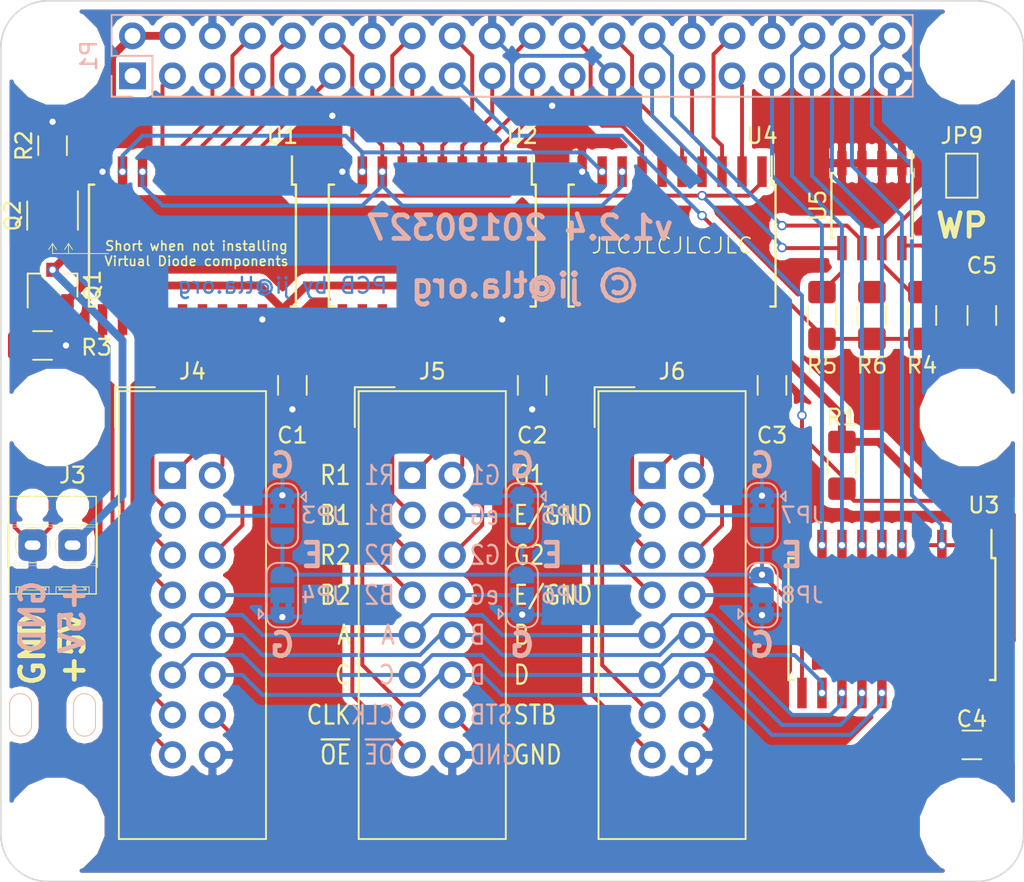
<source format=kicad_pcb>
(kicad_pcb (version 20171130) (host pcbnew 5.0.2-bee76a0~70~ubuntu18.04.1)
  (title_block (title "Led matrix driver") (date 2019-03-13) (rev 1.2) (company "TLA CONSULTING, LLC") (comment 2 "Based on https://github.com/hzeller/rpi-rgb-led-matrix/") (comment 3 "Creative Commons Attribution Required"))
  (layers (0 F.Cu signal hide) (31 B.Cu signal hide) (34 B.Paste user hide) (35 F.Paste user hide) (36 B.SilkS user hide) (37 F.SilkS user hide) (38 B.Mask user hide) (39 F.Mask user hide) (44 Edge.Cuts user))
  (net 0 "")
  (net 1 /R1_1_R)
  (net 2 /G1_1_R)
  (net 3 /B1_1_R)
  (net 4 GND)
  (net 5 /R2_1_R)
  (net 6 /G2_1_R)
  (net 7 /B2_1_R)
  (net 8 /A_R)
  (net 9 /B_R)
  (net 10 /C_R)
  (net 11 /D_R)
  (net 12 /B2_2_R)
  (net 13 /G2_2_R)
  (net 14 /R2_2_R)
  (net 15 /B1_2_R)
  (net 16 /G1_2_R)
  (net 17 /R1_2_R)
  (net 18 /R1_3_R)
  (net 19 /G1_3_R)
  (net 20 /B1_3_R)
  (net 21 /R2_3_R)
  (net 22 /G2_3_R)
  (net 23 /B2_3_R)
  (net 24 /A)
  (net 25 /B)
  (net 26 /C)
  (net 27 /D)
  (net 28 /STROBE)
  (net 29 /~OE)
  (net 30 +5V)
  (net 31 "Net-(R1-Pad2)")
  (net 32 /B2_1)
  (net 33 /R2_1)
  (net 34 /B1_1)
  (net 35 /R1_1)
  (net 36 /G2_1)
  (net 37 /G1_1)
  (net 38 /E_R)
  (net 39 /B2_2)
  (net 40 /R2_2)
  (net 41 /B1_2)
  (net 42 /R1_2)
  (net 43 /G2_2)
  (net 44 /G1_2)
  (net 45 /B2_3)
  (net 46 /R2_3)
  (net 47 /B1_3)
  (net 48 /R1_3)
  (net 49 /G2_3)
  (net 50 /G1_3)
  (net 51 /CLK)
  (net 52 /E)
  (net 53 /ID_SC)
  (net 54 /ID_SD)
  (net 55 +3V3)
  (net 56 "Net-(Q1-Pad1)")
  (net 57 "Net-(Q2-Pad1)")
  (net 58 /~OE_1_R)
  (net 59 /STROBE_1_R)
  (net 60 /CLK_1_R)
  (net 61 "Net-(J4-Pad8)")
  (net 62 "Net-(J4-Pad4)")
  (net 63 /~OE_2_R)
  (net 64 /STROBE_2_R)
  (net 65 /CLK_2_R)
  (net 66 "Net-(J5-Pad8)")
  (net 67 "Net-(J5-Pad4)")
  (net 68 /~OE_3_R)
  (net 69 /STROBE_3_R)
  (net 70 /CLK_3_R)
  (net 71 "Net-(J6-Pad8)")
  (net 72 "Net-(J6-Pad4)")
  (net 73 "Net-(JP9-Pad1)")
  (net 74 +5VP)
  (module Package_SO:SOIC-20W_7.5x12.8mm_P1.27mm (layer F.Cu) (at 87.80526 74.96302 270)
    (fp_text reference U3 (at -7.239 -5.842) (layer F.SilkS))
    (fp_text value 74HCT245)
    (pad 20 smd rect (at 4.7 -5.715 270) (size 1.95 0.6) (layers F.Cu F.Paste F.Mask) (net 30 +5V))
    (pad 19 smd rect (at 4.7 -4.445 270) (size 1.95 0.6) (layers F.Cu F.Paste F.Mask) (net 4 GND))
    (pad 18 smd rect (at 4.7 -3.175 270) (size 1.95 0.6) (layers F.Cu F.Paste F.Mask) (net 59 /STROBE_1_R))
    (pad 17 smd rect (at 4.7 -1.905 270) (size 1.95 0.6) (layers F.Cu F.Paste F.Mask) (net 64 /STROBE_2_R))
    (pad 16 smd rect (at 4.7 -0.635 270) (size 1.95 0.6) (layers F.Cu F.Paste F.Mask) (net 69 /STROBE_3_R))
    (pad 15 smd rect (at 4.7 0.635 270) (size 1.95 0.6) (layers F.Cu F.Paste F.Mask) (net 11 /D_R))
    (pad 14 smd rect (at 4.7 1.905 270) (size 1.95 0.6) (layers F.Cu F.Paste F.Mask) (net 10 /C_R))
    (pad 13 smd rect (at 4.7 3.175 270) (size 1.95 0.6) (layers F.Cu F.Paste F.Mask) (net 9 /B_R))
    (pad 12 smd rect (at 4.7 4.445 270) (size 1.95 0.6) (layers F.Cu F.Paste F.Mask) (net 8 /A_R))
    (pad 11 smd rect (at 4.7 5.715 270) (size 1.95 0.6) (layers F.Cu F.Paste F.Mask) (net 38 /E_R))
    (pad 10 smd rect (at -4.7 5.715 270) (size 1.95 0.6) (layers F.Cu F.Paste F.Mask) (net 4 GND))
    (pad 9 smd rect (at -4.7 4.445 270) (size 1.95 0.6) (layers F.Cu F.Paste F.Mask) (net 52 /E))
    (pad 8 smd rect (at -4.7 3.175 270) (size 1.95 0.6) (layers F.Cu F.Paste F.Mask) (net 24 /A))
    (pad 7 smd rect (at -4.7 1.905 270) (size 1.95 0.6) (layers F.Cu F.Paste F.Mask) (net 25 /B))
    (pad 6 smd rect (at -4.7 0.635 270) (size 1.95 0.6) (layers F.Cu F.Paste F.Mask) (net 26 /C))
    (pad 5 smd rect (at -4.7 -0.635 270) (size 1.95 0.6) (layers F.Cu F.Paste F.Mask) (net 27 /D))
    (pad 4 smd rect (at -4.7 -1.905 270) (size 1.95 0.6) (layers F.Cu F.Paste F.Mask) (net 28 /STROBE))
    (pad 3 smd rect (at -4.7 -3.175 270) (size 1.95 0.6) (layers F.Cu F.Paste F.Mask) (net 28 /STROBE))
    (pad 2 smd rect (at -4.7 -4.445 270) (size 1.95 0.6) (layers F.Cu F.Paste F.Mask) (net 28 /STROBE))
    (pad 1 smd rect (at -4.7 -5.715 270) (size 1.95 0.6) (layers F.Cu F.Paste F.Mask) (net 31 "Net-(R1-Pad2)"))
  )
  (module Capacitor_SMD:C_1206_3216Metric_Pad1.42x1.75mm_HandSolder (layer F.Cu) (at 92.88526 82.96402 180)
    (fp_text reference C4 (at 0 1.651) (layer F.SilkS))
    (fp_text value 100nF)
    (pad 2 smd roundrect (at 1.4875 0 180) (size 1.425 1.75) (layers F.Cu F.Paste F.Mask) (roundrect_rratio 0.175439) (net 4 GND))
    (pad 1 smd roundrect (at -1.4875 0 180) (size 1.425 1.75) (layers F.Cu F.Paste F.Mask) (roundrect_rratio 0.175439) (net 30 +5V))
  )
  (module Connector_IDC:IDC-Header_2x08_P2.54mm_Vertical (layer F.Cu) (at 72.56526 65.81902)
    (fp_text reference J6 (at 1.27 -6.604) (layer F.SilkS))
    (fp_text value Conn_02x08_Odd_Even hide)
    (pad 16 thru_hole oval (at 2.54 17.78) (size 1.7272 1.7272) (drill 1.016) (layers *.Cu *.Mask) (net 4 GND))
    (pad 15 thru_hole oval (at 0 17.78) (size 1.7272 1.7272) (drill 1.016) (layers *.Cu *.Mask) (net 68 /~OE_3_R))
    (pad 14 thru_hole oval (at 2.54 15.24) (size 1.7272 1.7272) (drill 1.016) (layers *.Cu *.Mask) (net 69 /STROBE_3_R))
    (pad 13 thru_hole oval (at 0 15.24) (size 1.7272 1.7272) (drill 1.016) (layers *.Cu *.Mask) (net 70 /CLK_3_R))
    (pad 12 thru_hole oval (at 2.54 12.7) (size 1.7272 1.7272) (drill 1.016) (layers *.Cu *.Mask) (net 11 /D_R))
    (pad 11 thru_hole oval (at 0 12.7) (size 1.7272 1.7272) (drill 1.016) (layers *.Cu *.Mask) (net 10 /C_R))
    (pad 10 thru_hole oval (at 2.54 10.16) (size 1.7272 1.7272) (drill 1.016) (layers *.Cu *.Mask) (net 9 /B_R))
    (pad 9 thru_hole oval (at 0 10.16) (size 1.7272 1.7272) (drill 1.016) (layers *.Cu *.Mask) (net 8 /A_R))
    (pad 8 thru_hole oval (at 2.54 7.62) (size 1.7272 1.7272) (drill 1.016) (layers *.Cu *.Mask) (net 71 "Net-(J6-Pad8)"))
    (pad 7 thru_hole oval (at 0 7.62) (size 1.7272 1.7272) (drill 1.016) (layers *.Cu *.Mask) (net 23 /B2_3_R))
    (pad 6 thru_hole oval (at 2.54 5.08) (size 1.7272 1.7272) (drill 1.016) (layers *.Cu *.Mask) (net 22 /G2_3_R))
    (pad 5 thru_hole oval (at 0 5.08) (size 1.7272 1.7272) (drill 1.016) (layers *.Cu *.Mask) (net 21 /R2_3_R))
    (pad 4 thru_hole oval (at 2.54 2.54) (size 1.7272 1.7272) (drill 1.016) (layers *.Cu *.Mask) (net 72 "Net-(J6-Pad4)"))
    (pad 3 thru_hole oval (at 0 2.54) (size 1.7272 1.7272) (drill 1.016) (layers *.Cu *.Mask) (net 20 /B1_3_R))
    (pad 2 thru_hole oval (at 2.54 0) (size 1.7272 1.7272) (drill 1.016) (layers *.Cu *.Mask) (net 19 /G1_3_R))
    (pad 1 thru_hole rect (at 0 0) (size 1.7272 1.7272) (drill 1.016) (layers *.Cu *.Mask) (net 18 /R1_3_R))
  )
  (module Connector_IDC:IDC-Header_2x08_P2.54mm_Vertical (layer F.Cu) (at 42.08526 65.81902)
    (fp_text reference J4 (at 1.27 -6.604) (layer F.SilkS))
    (fp_text value Conn_02x08_Odd_Even hide)
    (pad 16 thru_hole oval (at 2.54 17.78) (size 1.7272 1.7272) (drill 1.016) (layers *.Cu *.Mask) (net 4 GND))
    (pad 15 thru_hole oval (at 0 17.78) (size 1.7272 1.7272) (drill 1.016) (layers *.Cu *.Mask) (net 58 /~OE_1_R))
    (pad 14 thru_hole oval (at 2.54 15.24) (size 1.7272 1.7272) (drill 1.016) (layers *.Cu *.Mask) (net 59 /STROBE_1_R))
    (pad 13 thru_hole oval (at 0 15.24) (size 1.7272 1.7272) (drill 1.016) (layers *.Cu *.Mask) (net 60 /CLK_1_R))
    (pad 12 thru_hole oval (at 2.54 12.7) (size 1.7272 1.7272) (drill 1.016) (layers *.Cu *.Mask) (net 11 /D_R))
    (pad 11 thru_hole oval (at 0 12.7) (size 1.7272 1.7272) (drill 1.016) (layers *.Cu *.Mask) (net 10 /C_R))
    (pad 10 thru_hole oval (at 2.54 10.16) (size 1.7272 1.7272) (drill 1.016) (layers *.Cu *.Mask) (net 9 /B_R))
    (pad 9 thru_hole oval (at 0 10.16) (size 1.7272 1.7272) (drill 1.016) (layers *.Cu *.Mask) (net 8 /A_R))
    (pad 8 thru_hole oval (at 2.54 7.62) (size 1.7272 1.7272) (drill 1.016) (layers *.Cu *.Mask) (net 61 "Net-(J4-Pad8)"))
    (pad 7 thru_hole oval (at 0 7.62) (size 1.7272 1.7272) (drill 1.016) (layers *.Cu *.Mask) (net 7 /B2_1_R))
    (pad 6 thru_hole oval (at 2.54 5.08) (size 1.7272 1.7272) (drill 1.016) (layers *.Cu *.Mask) (net 6 /G2_1_R))
    (pad 5 thru_hole oval (at 0 5.08) (size 1.7272 1.7272) (drill 1.016) (layers *.Cu *.Mask) (net 5 /R2_1_R))
    (pad 4 thru_hole oval (at 2.54 2.54) (size 1.7272 1.7272) (drill 1.016) (layers *.Cu *.Mask) (net 62 "Net-(J4-Pad4)"))
    (pad 3 thru_hole oval (at 0 2.54) (size 1.7272 1.7272) (drill 1.016) (layers *.Cu *.Mask) (net 3 /B1_1_R))
    (pad 2 thru_hole oval (at 2.54 0) (size 1.7272 1.7272) (drill 1.016) (layers *.Cu *.Mask) (net 2 /G1_1_R))
    (pad 1 thru_hole rect (at 0 0) (size 1.7272 1.7272) (drill 1.016) (layers *.Cu *.Mask) (net 1 /R1_1_R))
  )
  (module Connector_IDC:IDC-Header_2x08_P2.54mm_Vertical (layer F.Cu) (at 57.32526 65.81902)
    (fp_text reference J5 (at 1.27 -6.604) (layer F.SilkS))
    (fp_text value Conn_02x08_Odd_Even hide)
    (pad 16 thru_hole oval (at 2.54 17.78) (size 1.7272 1.7272) (drill 1.016) (layers *.Cu *.Mask) (net 4 GND))
    (pad 15 thru_hole oval (at 0 17.78) (size 1.7272 1.7272) (drill 1.016) (layers *.Cu *.Mask) (net 63 /~OE_2_R))
    (pad 14 thru_hole oval (at 2.54 15.24) (size 1.7272 1.7272) (drill 1.016) (layers *.Cu *.Mask) (net 64 /STROBE_2_R))
    (pad 13 thru_hole oval (at 0 15.24) (size 1.7272 1.7272) (drill 1.016) (layers *.Cu *.Mask) (net 65 /CLK_2_R))
    (pad 12 thru_hole oval (at 2.54 12.7) (size 1.7272 1.7272) (drill 1.016) (layers *.Cu *.Mask) (net 11 /D_R))
    (pad 11 thru_hole oval (at 0 12.7) (size 1.7272 1.7272) (drill 1.016) (layers *.Cu *.Mask) (net 10 /C_R))
    (pad 10 thru_hole oval (at 2.54 10.16) (size 1.7272 1.7272) (drill 1.016) (layers *.Cu *.Mask) (net 9 /B_R))
    (pad 9 thru_hole oval (at 0 10.16) (size 1.7272 1.7272) (drill 1.016) (layers *.Cu *.Mask) (net 8 /A_R))
    (pad 8 thru_hole oval (at 2.54 7.62) (size 1.7272 1.7272) (drill 1.016) (layers *.Cu *.Mask) (net 66 "Net-(J5-Pad8)"))
    (pad 7 thru_hole oval (at 0 7.62) (size 1.7272 1.7272) (drill 1.016) (layers *.Cu *.Mask) (net 12 /B2_2_R))
    (pad 6 thru_hole oval (at 2.54 5.08) (size 1.7272 1.7272) (drill 1.016) (layers *.Cu *.Mask) (net 13 /G2_2_R))
    (pad 5 thru_hole oval (at 0 5.08) (size 1.7272 1.7272) (drill 1.016) (layers *.Cu *.Mask) (net 14 /R2_2_R))
    (pad 4 thru_hole oval (at 2.54 2.54) (size 1.7272 1.7272) (drill 1.016) (layers *.Cu *.Mask) (net 67 "Net-(J5-Pad4)"))
    (pad 3 thru_hole oval (at 0 2.54) (size 1.7272 1.7272) (drill 1.016) (layers *.Cu *.Mask) (net 15 /B1_2_R))
    (pad 2 thru_hole oval (at 2.54 0) (size 1.7272 1.7272) (drill 1.016) (layers *.Cu *.Mask) (net 16 /G1_2_R))
    (pad 1 thru_hole rect (at 0 0) (size 1.7272 1.7272) (drill 1.016) (layers *.Cu *.Mask) (net 17 /R1_2_R))
  )
  (module Connector_PinSocket_2.54mm:PinSocket_2x20_P2.54mm_Vertical (layer B.Cu) (at 39.54526 40.41902 270)
    (fp_text reference P1 (at -1.27 2.77 270) (layer B.SilkS) (effects (justify mirror)))
    (fp_text value Raspberry_Pi_2_3)
    (pad 40 thru_hole oval (at -2.54 -48.26 270) (size 1.7 1.7) (drill 1) (layers *.Cu *.Mask) (net 28 /STROBE))
    (pad 39 thru_hole oval (at 0 -48.26 270) (size 1.7 1.7) (drill 1) (layers *.Cu *.Mask) (net 4 GND))
    (pad 38 thru_hole oval (at -2.54 -45.72 270) (size 1.7 1.7) (drill 1) (layers *.Cu *.Mask) (net 26 /C))
    (pad 37 thru_hole oval (at 0 -45.72 270) (size 1.7 1.7) (drill 1) (layers *.Cu *.Mask) (net 27 /D))
    (pad 36 thru_hole oval (at -2.54 -43.18 270) (size 1.7 1.7) (drill 1) (layers *.Cu *.Mask) (net 24 /A))
    (pad 35 thru_hole oval (at 0 -43.18 270) (size 1.7 1.7) (drill 1) (layers *.Cu *.Mask) (net 25 /B))
    (pad 34 thru_hole oval (at -2.54 -40.64 270) (size 1.7 1.7) (drill 1) (layers *.Cu *.Mask) (net 4 GND))
    (pad 33 thru_hole oval (at 0 -40.64 270) (size 1.7 1.7) (drill 1) (layers *.Cu *.Mask) (net 52 /E))
    (pad 32 thru_hole oval (at -2.54 -38.1 270) (size 1.7 1.7) (drill 1) (layers *.Cu *.Mask) (net 50 /G1_3))
    (pad 31 thru_hole oval (at 0 -38.1 270) (size 1.7 1.7) (drill 1) (layers *.Cu *.Mask) (net 49 /G2_3))
    (pad 30 thru_hole oval (at -2.54 -35.56 270) (size 1.7 1.7) (drill 1) (layers *.Cu *.Mask) (net 4 GND))
    (pad 29 thru_hole oval (at 0 -35.56 270) (size 1.7 1.7) (drill 1) (layers *.Cu *.Mask) (net 48 /R1_3))
    (pad 28 thru_hole oval (at -2.54 -33.02 270) (size 1.7 1.7) (drill 1) (layers *.Cu *.Mask) (net 53 /ID_SC))
    (pad 27 thru_hole oval (at 0 -33.02 270) (size 1.7 1.7) (drill 1) (layers *.Cu *.Mask) (net 54 /ID_SD))
    (pad 26 thru_hole oval (at -2.54 -30.48 270) (size 1.7 1.7) (drill 1) (layers *.Cu *.Mask) (net 47 /B1_3))
    (pad 25 thru_hole oval (at 0 -30.48 270) (size 1.7 1.7) (drill 1) (layers *.Cu *.Mask) (net 4 GND))
    (pad 24 thru_hole oval (at -2.54 -27.94 270) (size 1.7 1.7) (drill 1) (layers *.Cu *.Mask) (net 46 /R2_3))
    (pad 23 thru_hole oval (at 0 -27.94 270) (size 1.7 1.7) (drill 1) (layers *.Cu *.Mask) (net 45 /B2_3))
    (pad 22 thru_hole oval (at -2.54 -25.4 270) (size 1.7 1.7) (drill 1) (layers *.Cu *.Mask) (net 44 /G1_2))
    (pad 21 thru_hole oval (at 0 -25.4 270) (size 1.7 1.7) (drill 1) (layers *.Cu *.Mask) (net 43 /G2_2))
    (pad 20 thru_hole oval (at -2.54 -22.86 270) (size 1.7 1.7) (drill 1) (layers *.Cu *.Mask) (net 4 GND))
    (pad 19 thru_hole oval (at 0 -22.86 270) (size 1.7 1.7) (drill 1) (layers *.Cu *.Mask) (net 42 /R1_2))
    (pad 18 thru_hole oval (at -2.54 -20.32 270) (size 1.7 1.7) (drill 1) (layers *.Cu *.Mask) (net 41 /B1_2))
    (pad 17 thru_hole oval (at 0 -20.32 270) (size 1.7 1.7) (drill 1) (layers *.Cu *.Mask) (net 55 +3V3))
    (pad 16 thru_hole oval (at -2.54 -17.78 270) (size 1.7 1.7) (drill 1) (layers *.Cu *.Mask) (net 39 /B2_2))
    (pad 15 thru_hole oval (at 0 -17.78 270) (size 1.7 1.7) (drill 1) (layers *.Cu *.Mask) (net 40 /R2_2))
    (pad 14 thru_hole oval (at -2.54 -15.24 270) (size 1.7 1.7) (drill 1) (layers *.Cu *.Mask) (net 4 GND))
    (pad 13 thru_hole oval (at 0 -15.24 270) (size 1.7 1.7) (drill 1) (layers *.Cu *.Mask) (net 51 /CLK))
    (pad 12 thru_hole oval (at -2.54 -12.7 270) (size 1.7 1.7) (drill 1) (layers *.Cu *.Mask) (net 29 /~OE))
    (pad 11 thru_hole oval (at 0 -12.7 270) (size 1.7 1.7) (drill 1) (layers *.Cu *.Mask) (net 36 /G2_1))
    (pad 10 thru_hole oval (at -2.54 -10.16 270) (size 1.7 1.7) (drill 1) (layers *.Cu *.Mask) (net 37 /G1_1))
    (pad 9 thru_hole oval (at 0 -10.16 270) (size 1.7 1.7) (drill 1) (layers *.Cu *.Mask) (net 4 GND))
    (pad 8 thru_hole oval (at -2.54 -7.62 270) (size 1.7 1.7) (drill 1) (layers *.Cu *.Mask) (net 34 /B1_1))
    (pad 7 thru_hole oval (at 0 -7.62 270) (size 1.7 1.7) (drill 1) (layers *.Cu *.Mask) (net 35 /R1_1))
    (pad 6 thru_hole oval (at -2.54 -5.08 270) (size 1.7 1.7) (drill 1) (layers *.Cu *.Mask) (net 4 GND))
    (pad 5 thru_hole oval (at 0 -5.08 270) (size 1.7 1.7) (drill 1) (layers *.Cu *.Mask) (net 33 /R2_1))
    (pad 4 thru_hole oval (at -2.54 -2.54 270) (size 1.7 1.7) (drill 1) (layers *.Cu *.Mask) (net 30 +5V))
    (pad 3 thru_hole oval (at 0 -2.54 270) (size 1.7 1.7) (drill 1) (layers *.Cu *.Mask) (net 32 /B2_1))
    (pad 2 thru_hole oval (at -2.54 0 270) (size 1.7 1.7) (drill 1) (layers *.Cu *.Mask) (net 30 +5V))
    (pad 1 thru_hole rect (at 0 0 270) (size 1.7 1.7) (drill 1) (layers *.Cu *.Mask))
  )
  (module Package_SO:SOIC-20W_7.5x12.8mm_P1.27mm (layer F.Cu) (at 43.35526 51.21402 270)
    (fp_text reference U1 (at -6.985 -5.715) (layer F.SilkS))
    (fp_text value 74HCT245)
    (pad 20 smd rect (at 4.7 -5.715 270) (size 1.95 0.6) (layers F.Cu F.Paste F.Mask) (net 30 +5V))
    (pad 19 smd rect (at 4.7 -4.445 270) (size 1.95 0.6) (layers F.Cu F.Paste F.Mask) (net 4 GND))
    (pad 18 smd rect (at 4.7 -3.175 270) (size 1.95 0.6) (layers F.Cu F.Paste F.Mask) (net 6 /G2_1_R))
    (pad 17 smd rect (at 4.7 -1.905 270) (size 1.95 0.6) (layers F.Cu F.Paste F.Mask) (net 2 /G1_1_R))
    (pad 16 smd rect (at 4.7 -0.635 270) (size 1.95 0.6) (layers F.Cu F.Paste F.Mask) (net 1 /R1_1_R))
    (pad 15 smd rect (at 4.7 0.635 270) (size 1.95 0.6) (layers F.Cu F.Paste F.Mask) (net 3 /B1_1_R))
    (pad 14 smd rect (at 4.7 1.905 270) (size 1.95 0.6) (layers F.Cu F.Paste F.Mask) (net 5 /R2_1_R))
    (pad 13 smd rect (at 4.7 3.175 270) (size 1.95 0.6) (layers F.Cu F.Paste F.Mask) (net 7 /B2_1_R))
    (pad 12 smd rect (at 4.7 4.445 270) (size 1.95 0.6) (layers F.Cu F.Paste F.Mask) (net 60 /CLK_1_R))
    (pad 11 smd rect (at 4.7 5.715 270) (size 1.95 0.6) (layers F.Cu F.Paste F.Mask) (net 58 /~OE_1_R))
    (pad 10 smd rect (at -4.7 5.715 270) (size 1.95 0.6) (layers F.Cu F.Paste F.Mask) (net 4 GND))
    (pad 9 smd rect (at -4.7 4.445 270) (size 1.95 0.6) (layers F.Cu F.Paste F.Mask) (net 29 /~OE))
    (pad 8 smd rect (at -4.7 3.175 270) (size 1.95 0.6) (layers F.Cu F.Paste F.Mask) (net 51 /CLK))
    (pad 7 smd rect (at -4.7 1.905 270) (size 1.95 0.6) (layers F.Cu F.Paste F.Mask) (net 32 /B2_1))
    (pad 6 smd rect (at -4.7 0.635 270) (size 1.95 0.6) (layers F.Cu F.Paste F.Mask) (net 33 /R2_1))
    (pad 5 smd rect (at -4.7 -0.635 270) (size 1.95 0.6) (layers F.Cu F.Paste F.Mask) (net 34 /B1_1))
    (pad 4 smd rect (at -4.7 -1.905 270) (size 1.95 0.6) (layers F.Cu F.Paste F.Mask) (net 35 /R1_1))
    (pad 3 smd rect (at -4.7 -3.175 270) (size 1.95 0.6) (layers F.Cu F.Paste F.Mask) (net 37 /G1_1))
    (pad 2 smd rect (at -4.7 -4.445 270) (size 1.95 0.6) (layers F.Cu F.Paste F.Mask) (net 36 /G2_1))
    (pad 1 smd rect (at -4.7 -5.715 270) (size 1.95 0.6) (layers F.Cu F.Paste F.Mask) (net 31 "Net-(R1-Pad2)"))
  )
  (module Package_SO:SOIC-20W_7.5x12.8mm_P1.27mm (layer F.Cu) (at 58.59526 51.21402 270)
    (fp_text reference U2 (at -6.985 -5.715) (layer F.SilkS))
    (fp_text value 74HCT245)
    (pad 20 smd rect (at 4.7 -5.715 270) (size 1.95 0.6) (layers F.Cu F.Paste F.Mask) (net 30 +5V))
    (pad 19 smd rect (at 4.7 -4.445 270) (size 1.95 0.6) (layers F.Cu F.Paste F.Mask) (net 4 GND))
    (pad 18 smd rect (at 4.7 -3.175 270) (size 1.95 0.6) (layers F.Cu F.Paste F.Mask) (net 13 /G2_2_R))
    (pad 17 smd rect (at 4.7 -1.905 270) (size 1.95 0.6) (layers F.Cu F.Paste F.Mask) (net 16 /G1_2_R))
    (pad 16 smd rect (at 4.7 -0.635 270) (size 1.95 0.6) (layers F.Cu F.Paste F.Mask) (net 17 /R1_2_R))
    (pad 15 smd rect (at 4.7 0.635 270) (size 1.95 0.6) (layers F.Cu F.Paste F.Mask) (net 15 /B1_2_R))
    (pad 14 smd rect (at 4.7 1.905 270) (size 1.95 0.6) (layers F.Cu F.Paste F.Mask) (net 14 /R2_2_R))
    (pad 13 smd rect (at 4.7 3.175 270) (size 1.95 0.6) (layers F.Cu F.Paste F.Mask) (net 12 /B2_2_R))
    (pad 12 smd rect (at 4.7 4.445 270) (size 1.95 0.6) (layers F.Cu F.Paste F.Mask) (net 65 /CLK_2_R))
    (pad 11 smd rect (at 4.7 5.715 270) (size 1.95 0.6) (layers F.Cu F.Paste F.Mask) (net 63 /~OE_2_R))
    (pad 10 smd rect (at -4.7 5.715 270) (size 1.95 0.6) (layers F.Cu F.Paste F.Mask) (net 4 GND))
    (pad 9 smd rect (at -4.7 4.445 270) (size 1.95 0.6) (layers F.Cu F.Paste F.Mask) (net 29 /~OE))
    (pad 8 smd rect (at -4.7 3.175 270) (size 1.95 0.6) (layers F.Cu F.Paste F.Mask) (net 51 /CLK))
    (pad 7 smd rect (at -4.7 1.905 270) (size 1.95 0.6) (layers F.Cu F.Paste F.Mask) (net 39 /B2_2))
    (pad 6 smd rect (at -4.7 0.635 270) (size 1.95 0.6) (layers F.Cu F.Paste F.Mask) (net 40 /R2_2))
    (pad 5 smd rect (at -4.7 -0.635 270) (size 1.95 0.6) (layers F.Cu F.Paste F.Mask) (net 41 /B1_2))
    (pad 4 smd rect (at -4.7 -1.905 270) (size 1.95 0.6) (layers F.Cu F.Paste F.Mask) (net 42 /R1_2))
    (pad 3 smd rect (at -4.7 -3.175 270) (size 1.95 0.6) (layers F.Cu F.Paste F.Mask) (net 44 /G1_2))
    (pad 2 smd rect (at -4.7 -4.445 270) (size 1.95 0.6) (layers F.Cu F.Paste F.Mask) (net 43 /G2_2))
    (pad 1 smd rect (at -4.7 -5.715 270) (size 1.95 0.6) (layers F.Cu F.Paste F.Mask) (net 31 "Net-(R1-Pad2)"))
  )
  (module Package_SO:SOIC-20W_7.5x12.8mm_P1.27mm (layer F.Cu) (at 73.83526 51.21402 270)
    (fp_text reference U4 (at -6.985 -5.715) (layer F.SilkS))
    (fp_text value 74HCT245)
    (pad 20 smd rect (at 4.7 -5.715 270) (size 1.95 0.6) (layers F.Cu F.Paste F.Mask) (net 30 +5V))
    (pad 19 smd rect (at 4.7 -4.445 270) (size 1.95 0.6) (layers F.Cu F.Paste F.Mask) (net 4 GND))
    (pad 18 smd rect (at 4.7 -3.175 270) (size 1.95 0.6) (layers F.Cu F.Paste F.Mask) (net 22 /G2_3_R))
    (pad 17 smd rect (at 4.7 -1.905 270) (size 1.95 0.6) (layers F.Cu F.Paste F.Mask) (net 19 /G1_3_R))
    (pad 16 smd rect (at 4.7 -0.635 270) (size 1.95 0.6) (layers F.Cu F.Paste F.Mask) (net 18 /R1_3_R))
    (pad 15 smd rect (at 4.7 0.635 270) (size 1.95 0.6) (layers F.Cu F.Paste F.Mask) (net 20 /B1_3_R))
    (pad 14 smd rect (at 4.7 1.905 270) (size 1.95 0.6) (layers F.Cu F.Paste F.Mask) (net 21 /R2_3_R))
    (pad 13 smd rect (at 4.7 3.175 270) (size 1.95 0.6) (layers F.Cu F.Paste F.Mask) (net 23 /B2_3_R))
    (pad 12 smd rect (at 4.7 4.445 270) (size 1.95 0.6) (layers F.Cu F.Paste F.Mask) (net 70 /CLK_3_R))
    (pad 11 smd rect (at 4.7 5.715 270) (size 1.95 0.6) (layers F.Cu F.Paste F.Mask) (net 68 /~OE_3_R))
    (pad 10 smd rect (at -4.7 5.715 270) (size 1.95 0.6) (layers F.Cu F.Paste F.Mask) (net 4 GND))
    (pad 9 smd rect (at -4.7 4.445 270) (size 1.95 0.6) (layers F.Cu F.Paste F.Mask) (net 29 /~OE))
    (pad 8 smd rect (at -4.7 3.175 270) (size 1.95 0.6) (layers F.Cu F.Paste F.Mask) (net 51 /CLK))
    (pad 7 smd rect (at -4.7 1.905 270) (size 1.95 0.6) (layers F.Cu F.Paste F.Mask) (net 45 /B2_3))
    (pad 6 smd rect (at -4.7 0.635 270) (size 1.95 0.6) (layers F.Cu F.Paste F.Mask) (net 46 /R2_3))
    (pad 5 smd rect (at -4.7 -0.635 270) (size 1.95 0.6) (layers F.Cu F.Paste F.Mask) (net 47 /B1_3))
    (pad 4 smd rect (at -4.7 -1.905 270) (size 1.95 0.6) (layers F.Cu F.Paste F.Mask) (net 48 /R1_3))
    (pad 3 smd rect (at -4.7 -3.175 270) (size 1.95 0.6) (layers F.Cu F.Paste F.Mask) (net 50 /G1_3))
    (pad 2 smd rect (at -4.7 -4.445 270) (size 1.95 0.6) (layers F.Cu F.Paste F.Mask) (net 49 /G2_3))
    (pad 1 smd rect (at -4.7 -5.715 270) (size 1.95 0.6) (layers F.Cu F.Paste F.Mask) (net 31 "Net-(R1-Pad2)"))
  )
  (module Capacitor_SMD:C_1206_3216Metric_Pad1.42x1.75mm_HandSolder (layer F.Cu) (at 49.70526 60.10402 270)
    (fp_text reference C1 (at 3.175 0) (layer F.SilkS))
    (fp_text value 100nF)
    (pad 2 smd roundrect (at 1.4875 0 270) (size 1.425 1.75) (layers F.Cu F.Paste F.Mask) (roundrect_rratio 0.175439) (net 4 GND))
    (pad 1 smd roundrect (at -1.4875 0 270) (size 1.425 1.75) (layers F.Cu F.Paste F.Mask) (roundrect_rratio 0.175439) (net 30 +5V))
  )
  (module Capacitor_SMD:C_1206_3216Metric_Pad1.42x1.75mm_HandSolder (layer F.Cu) (at 64.94526 60.10402 270)
    (fp_text reference C2 (at 3.175 0) (layer F.SilkS))
    (fp_text value 100nF)
    (pad 2 smd roundrect (at 1.4875 0 270) (size 1.425 1.75) (layers F.Cu F.Paste F.Mask) (roundrect_rratio 0.175439) (net 4 GND))
    (pad 1 smd roundrect (at -1.4875 0 270) (size 1.425 1.75) (layers F.Cu F.Paste F.Mask) (roundrect_rratio 0.175439) (net 30 +5V))
  )
  (module Capacitor_SMD:C_1206_3216Metric_Pad1.42x1.75mm_HandSolder (layer F.Cu) (at 80.18526 60.10402 270)
    (fp_text reference C3 (at 3.175 0) (layer F.SilkS))
    (fp_text value 100nF)
    (pad 2 smd roundrect (at 1.4875 0 270) (size 1.425 1.75) (layers F.Cu F.Paste F.Mask) (roundrect_rratio 0.175439) (net 4 GND))
    (pad 1 smd roundrect (at -1.4875 0 270) (size 1.425 1.75) (layers F.Cu F.Paste F.Mask) (roundrect_rratio 0.175439) (net 30 +5V))
  )
  (module Jumper:SolderJumper-3_P1.3mm_Bridged2Bar12_RoundedPad1.0x1.5mm (layer B.Cu) (at 49.07026 68.38902 270)
    (fp_text reference JP3 (at -0.03 -2.54) (layer B.SilkS) (effects (justify mirror)))
    (fp_text value SolderJumper_3_Bridged12)
    (pad 2 smd rect (at 0 0 270) (size 1 1.5) (layers B.Cu B.Mask) (net 62 "Net-(J4-Pad4)"))
    (pad 3 smd custom (at 1.3 0 270) (size 1 0.5) (layers B.Cu B.Mask) (net 38 /E_R) (options (clearance outline) (anchor rect)) (primitives (gr_circle (center 0 -0.25) (end 0.5 -0.25) (width 0)) (gr_circle (center 0 0.25) (end 0.5 0.25) (width 0)) (gr_poly (pts (xy -0.55 0.75) (xy 0 0.75) (xy 0 -0.75) (xy -0.55 -0.75)) (width 0))))
    (pad 1 smd custom (at -1.3 0 270) (size 1 0.5) (layers B.Cu B.Mask) (net 4 GND) (options (clearance outline) (anchor rect)) (primitives (gr_circle (center 0 -0.25) (end 0.5 -0.25) (width 0)) (gr_circle (center 0 0.25) (end 0.5 0.25) (width 0)) (gr_poly (pts (xy 0.55 0.75) (xy 0 0.75) (xy 0 -0.75) (xy 0.55 -0.75)) (width 0)) (gr_poly (pts (xy 0.4 0.6) (xy 0.9 0.6) (xy 0.9 0.2) (xy 0.4 0.2)) (width 0)) (gr_poly (pts (xy 0.4 -0.2) (xy 0.9 -0.2) (xy 0.9 -0.6) (xy 0.4 -0.6)) (width 0))))
  )
  (module Jumper:SolderJumper-3_P1.3mm_Bridged2Bar12_RoundedPad1.0x1.5mm (layer B.Cu) (at 49.07026 73.43902 90)
    (fp_text reference JP4 (at 0 2.54 180) (layer B.SilkS) (effects (justify mirror)))
    (fp_text value SolderJumper_3_Bridged12)
    (pad 2 smd rect (at 0 0 90) (size 1 1.5) (layers B.Cu B.Mask) (net 61 "Net-(J4-Pad8)"))
    (pad 3 smd custom (at 1.3 0 90) (size 1 0.5) (layers B.Cu B.Mask) (net 38 /E_R) (options (clearance outline) (anchor rect)) (primitives (gr_circle (center 0 -0.25) (end 0.5 -0.25) (width 0)) (gr_circle (center 0 0.25) (end 0.5 0.25) (width 0)) (gr_poly (pts (xy -0.55 0.75) (xy 0 0.75) (xy 0 -0.75) (xy -0.55 -0.75)) (width 0))))
    (pad 1 smd custom (at -1.3 0 90) (size 1 0.5) (layers B.Cu B.Mask) (net 4 GND) (options (clearance outline) (anchor rect)) (primitives (gr_circle (center 0 -0.25) (end 0.5 -0.25) (width 0)) (gr_circle (center 0 0.25) (end 0.5 0.25) (width 0)) (gr_poly (pts (xy 0.55 0.75) (xy 0 0.75) (xy 0 -0.75) (xy 0.55 -0.75)) (width 0)) (gr_poly (pts (xy 0.4 0.6) (xy 0.9 0.6) (xy 0.9 0.2) (xy 0.4 0.2)) (width 0)) (gr_poly (pts (xy 0.4 -0.2) (xy 0.9 -0.2) (xy 0.9 -0.6) (xy 0.4 -0.6)) (width 0))))
  )
  (module Jumper:SolderJumper-3_P1.3mm_Bridged2Bar12_RoundedPad1.0x1.5mm (layer B.Cu) (at 64.31026 68.35902 270)
    (fp_text reference JP5 (at 0 -2.54 180) (layer B.SilkS) (effects (justify mirror)))
    (fp_text value SolderJumper_3_Bridged12)
    (pad 2 smd rect (at 0 0 270) (size 1 1.5) (layers B.Cu B.Mask) (net 67 "Net-(J5-Pad4)"))
    (pad 3 smd custom (at 1.3 0 270) (size 1 0.5) (layers B.Cu B.Mask) (net 38 /E_R) (options (clearance outline) (anchor rect)) (primitives (gr_circle (center 0 -0.25) (end 0.5 -0.25) (width 0)) (gr_circle (center 0 0.25) (end 0.5 0.25) (width 0)) (gr_poly (pts (xy -0.55 0.75) (xy 0 0.75) (xy 0 -0.75) (xy -0.55 -0.75)) (width 0))))
    (pad 1 smd custom (at -1.3 0 270) (size 1 0.5) (layers B.Cu B.Mask) (net 4 GND) (options (clearance outline) (anchor rect)) (primitives (gr_circle (center 0 -0.25) (end 0.5 -0.25) (width 0)) (gr_circle (center 0 0.25) (end 0.5 0.25) (width 0)) (gr_poly (pts (xy 0.55 0.75) (xy 0 0.75) (xy 0 -0.75) (xy 0.55 -0.75)) (width 0)) (gr_poly (pts (xy 0.4 0.6) (xy 0.9 0.6) (xy 0.9 0.2) (xy 0.4 0.2)) (width 0)) (gr_poly (pts (xy 0.4 -0.2) (xy 0.9 -0.2) (xy 0.9 -0.6) (xy 0.4 -0.6)) (width 0))))
  )
  (module Jumper:SolderJumper-3_P1.3mm_Bridged2Bar12_RoundedPad1.0x1.5mm (layer B.Cu) (at 64.31026 73.43902 90)
    (fp_text reference JP6 (at 0 2.54 180) (layer B.SilkS) (effects (justify mirror)))
    (fp_text value SolderJumper_3_Bridged12)
    (pad 2 smd rect (at 0 0 90) (size 1 1.5) (layers B.Cu B.Mask) (net 66 "Net-(J5-Pad8)"))
    (pad 3 smd custom (at 1.3 0 90) (size 1 0.5) (layers B.Cu B.Mask) (net 38 /E_R) (options (clearance outline) (anchor rect)) (primitives (gr_circle (center 0 -0.25) (end 0.5 -0.25) (width 0)) (gr_circle (center 0 0.25) (end 0.5 0.25) (width 0)) (gr_poly (pts (xy -0.55 0.75) (xy 0 0.75) (xy 0 -0.75) (xy -0.55 -0.75)) (width 0))))
    (pad 1 smd custom (at -1.3 0 90) (size 1 0.5) (layers B.Cu B.Mask) (net 4 GND) (options (clearance outline) (anchor rect)) (primitives (gr_circle (center 0 -0.25) (end 0.5 -0.25) (width 0)) (gr_circle (center 0 0.25) (end 0.5 0.25) (width 0)) (gr_poly (pts (xy 0.55 0.75) (xy 0 0.75) (xy 0 -0.75) (xy 0.55 -0.75)) (width 0)) (gr_poly (pts (xy 0.4 0.6) (xy 0.9 0.6) (xy 0.9 0.2) (xy 0.4 0.2)) (width 0)) (gr_poly (pts (xy 0.4 -0.2) (xy 0.9 -0.2) (xy 0.9 -0.6) (xy 0.4 -0.6)) (width 0))))
  )
  (module Jumper:SolderJumper-3_P1.3mm_Bridged2Bar12_RoundedPad1.0x1.5mm (layer B.Cu) (at 79.55026 68.35902 270)
    (fp_text reference JP7 (at 0 -2.54) (layer B.SilkS) (effects (justify mirror)))
    (fp_text value SolderJumper_3_Bridged12)
    (pad 2 smd rect (at 0 0 270) (size 1 1.5) (layers B.Cu B.Mask) (net 72 "Net-(J6-Pad4)"))
    (pad 3 smd custom (at 1.3 0 270) (size 1 0.5) (layers B.Cu B.Mask) (net 38 /E_R) (options (clearance outline) (anchor rect)) (primitives (gr_circle (center 0 -0.25) (end 0.5 -0.25) (width 0)) (gr_circle (center 0 0.25) (end 0.5 0.25) (width 0)) (gr_poly (pts (xy -0.55 0.75) (xy 0 0.75) (xy 0 -0.75) (xy -0.55 -0.75)) (width 0))))
    (pad 1 smd custom (at -1.3 0 270) (size 1 0.5) (layers B.Cu B.Mask) (net 4 GND) (options (clearance outline) (anchor rect)) (primitives (gr_circle (center 0 -0.25) (end 0.5 -0.25) (width 0)) (gr_circle (center 0 0.25) (end 0.5 0.25) (width 0)) (gr_poly (pts (xy 0.55 0.75) (xy 0 0.75) (xy 0 -0.75) (xy 0.55 -0.75)) (width 0)) (gr_poly (pts (xy 0.4 0.6) (xy 0.9 0.6) (xy 0.9 0.2) (xy 0.4 0.2)) (width 0)) (gr_poly (pts (xy 0.4 -0.2) (xy 0.9 -0.2) (xy 0.9 -0.6) (xy 0.4 -0.6)) (width 0))))
  )
  (module Jumper:SolderJumper-3_P1.3mm_Bridged2Bar12_RoundedPad1.0x1.5mm (layer B.Cu) (at 79.55026 73.43902 90)
    (fp_text reference JP8 (at 0 2.54 180) (layer B.SilkS) (effects (justify mirror)))
    (fp_text value SolderJumper_3_Bridged12)
    (pad 2 smd rect (at 0 0 90) (size 1 1.5) (layers B.Cu B.Mask) (net 71 "Net-(J6-Pad8)"))
    (pad 3 smd custom (at 1.3 0 90) (size 1 0.5) (layers B.Cu B.Mask) (net 38 /E_R) (options (clearance outline) (anchor rect)) (primitives (gr_circle (center 0 -0.25) (end 0.5 -0.25) (width 0)) (gr_circle (center 0 0.25) (end 0.5 0.25) (width 0)) (gr_poly (pts (xy -0.55 0.75) (xy 0 0.75) (xy 0 -0.75) (xy -0.55 -0.75)) (width 0))))
    (pad 1 smd custom (at -1.3 0 90) (size 1 0.5) (layers B.Cu B.Mask) (net 4 GND) (options (clearance outline) (anchor rect)) (primitives (gr_circle (center 0 -0.25) (end 0.5 -0.25) (width 0)) (gr_circle (center 0 0.25) (end 0.5 0.25) (width 0)) (gr_poly (pts (xy 0.55 0.75) (xy 0 0.75) (xy 0 -0.75) (xy 0.55 -0.75)) (width 0)) (gr_poly (pts (xy 0.4 0.6) (xy 0.9 0.6) (xy 0.9 0.2) (xy 0.4 0.2)) (width 0)) (gr_poly (pts (xy 0.4 -0.2) (xy 0.9 -0.2) (xy 0.9 -0.6) (xy 0.4 -0.6)) (width 0))))
  )
  (module Resistor_SMD:R_1206_3216Metric_Pad1.42x1.75mm_HandSolder (layer F.Cu) (at 84.63026 65.18402 270)
    (fp_text reference R1 (at -3.048 0) (layer F.SilkS))
    (fp_text value 10K)
    (pad 2 smd roundrect (at 1.4875 0 270) (size 1.425 1.75) (layers F.Cu F.Paste F.Mask) (roundrect_rratio 0.175439) (net 31 "Net-(R1-Pad2)"))
    (pad 1 smd roundrect (at -1.4875 0 270) (size 1.425 1.75) (layers F.Cu F.Paste F.Mask) (roundrect_rratio 0.175439) (net 30 +5V))
  )
  (module Jumper:SolderJumper-2_P1.3mm_Bridged_Pad1.0x1.5mm (layer F.Cu) (at 92.25026 46.76902 90)
    (fp_text reference JP9 (at 2.54 0 180) (layer F.SilkS))
    (fp_text value SolderJumper_2_Bridged hide)
    (pad 2 smd rect (at 0.65 0 90) (size 1 1.5) (layers F.Cu F.Mask) (net 4 GND))
    (pad 1 smd custom (at -0.65 0 90) (size 1 1.5) (layers F.Cu F.Mask) (net 73 "Net-(JP9-Pad1)") (options (clearance outline) (anchor rect)) (primitives (gr_poly (pts (xy 0.4 -0.3) (xy 0.9 -0.3) (xy 0.9 0.3) (xy 0.4 0.3)) (width 0))))
  )
  (module Package_TO_SOT_SMD:SOT-23 (layer F.Cu) (at 34.46526 53.75402 90)
    (fp_text reference Q1 (at 0 2.54 90) (layer F.SilkS))
    (fp_text value DMG2305UX)
    (pad 3 smd rect (at 1 0 90) (size 0.9 0.8) (layers F.Cu F.Paste F.Mask) (net 74 +5VP))
    (pad 2 smd rect (at -1 0.95 90) (size 0.9 0.8) (layers F.Cu F.Paste F.Mask) (net 30 +5V))
    (pad 1 smd rect (at -1 -0.95 90) (size 0.9 0.8) (layers F.Cu F.Paste F.Mask) (net 56 "Net-(Q1-Pad1)"))
  )
  (module Package_TO_SOT_SMD:SOT-23-6 (layer F.Cu) (at 34.46526 49.30902 270)
    (fp_text reference Q2 (at 0 2.54 270) (layer F.SilkS))
    (fp_text value DMMT5401)
    (pad 5 smd rect (at 1.1 0 270) (size 1.06 0.65) (layers F.Cu F.Paste F.Mask) (net 30 +5V))
    (pad 6 smd rect (at 1.1 -0.95 270) (size 1.06 0.65) (layers F.Cu F.Paste F.Mask) (net 74 +5VP))
    (pad 4 smd rect (at 1.1 0.95 270) (size 1.06 0.65) (layers F.Cu F.Paste F.Mask) (net 56 "Net-(Q1-Pad1)"))
    (pad 3 smd rect (at -1.1 0.95 270) (size 1.06 0.65) (layers F.Cu F.Paste F.Mask) (net 57 "Net-(Q2-Pad1)"))
    (pad 2 smd rect (at -1.1 0 270) (size 1.06 0.65) (layers F.Cu F.Paste F.Mask) (net 57 "Net-(Q2-Pad1)"))
    (pad 1 smd rect (at -1.1 -0.95 270) (size 1.06 0.65) (layers F.Cu F.Paste F.Mask) (net 57 "Net-(Q2-Pad1)"))
  )
  (module Resistor_SMD:R_1206_3216Metric_Pad1.42x1.75mm_HandSolder (layer F.Cu) (at 34.46526 44.86402 90)
    (fp_text reference R2 (at 0 -1.82 90) (layer F.SilkS))
    (fp_text value 10K)
    (pad 2 smd roundrect (at 1.4875 0 90) (size 1.425 1.75) (layers F.Cu F.Paste F.Mask) (roundrect_rratio 0.175439) (net 4 GND))
    (pad 1 smd roundrect (at -1.4875 0 90) (size 1.425 1.75) (layers F.Cu F.Paste F.Mask) (roundrect_rratio 0.175439) (net 57 "Net-(Q2-Pad1)"))
  )
  (module Resistor_SMD:R_1206_3216Metric_Pad1.42x1.75mm_HandSolder (layer F.Cu) (at 33.83026 57.56402)
    (fp_text reference R3 (at 3.429 0.127) (layer F.SilkS))
    (fp_text value 47K)
    (pad 2 smd roundrect (at 1.4875 0) (size 1.425 1.75) (layers F.Cu F.Paste F.Mask) (roundrect_rratio 0.175439) (net 4 GND))
    (pad 1 smd roundrect (at -1.4875 0) (size 1.425 1.75) (layers F.Cu F.Paste F.Mask) (roundrect_rratio 0.175439) (net 56 "Net-(Q1-Pad1)"))
  )
  (module Resistor_SMD:R_1206_3216Metric_Pad1.42x1.75mm_HandSolder (layer F.Cu) (at 89.71026 55.65902 90)
    (fp_text reference R4 (at -3.175 0 -180) (layer F.SilkS))
    (fp_text value 10K)
    (pad 2 smd roundrect (at 1.4875 0 90) (size 1.425 1.75) (layers F.Cu F.Paste F.Mask) (roundrect_rratio 0.175439) (net 73 "Net-(JP9-Pad1)"))
    (pad 1 smd roundrect (at -1.4875 0 90) (size 1.425 1.75) (layers F.Cu F.Paste F.Mask) (roundrect_rratio 0.175439) (net 55 +3V3))
  )
  (module Resistor_SMD:R_1206_3216Metric_Pad1.42x1.75mm_HandSolder (layer F.Cu) (at 83.36026 55.65902 90)
    (fp_text reference R5 (at -3.175 0 -180) (layer F.SilkS))
    (fp_text value 3K9)
    (pad 2 smd roundrect (at 1.4875 0 90) (size 1.425 1.75) (layers F.Cu F.Paste F.Mask) (roundrect_rratio 0.175439) (net 54 /ID_SD))
    (pad 1 smd roundrect (at -1.4875 0 90) (size 1.425 1.75) (layers F.Cu F.Paste F.Mask) (roundrect_rratio 0.175439) (net 55 +3V3))
  )
  (module Resistor_SMD:R_1206_3216Metric_Pad1.42x1.75mm_HandSolder (layer F.Cu) (at 86.53526 55.65902 90)
    (fp_text reference R6 (at -3.175 0 -180) (layer F.SilkS))
    (fp_text value 3K9)
    (pad 2 smd roundrect (at 1.4875 0 90) (size 1.425 1.75) (layers F.Cu F.Paste F.Mask) (roundrect_rratio 0.175439) (net 53 /ID_SC))
    (pad 1 smd roundrect (at -1.4875 0 90) (size 1.425 1.75) (layers F.Cu F.Paste F.Mask) (roundrect_rratio 0.175439) (net 55 +3V3))
  )
  (module Package_SO:SOIC-8_3.9x4.9mm_P1.27mm (layer F.Cu) (at 86.53526 48.67402 270)
    (fp_text reference U5 (at 0 3.429 90) (layer F.SilkS))
    (fp_text value CAT24C32)
    (pad 8 smd rect (at 2.7 -1.905 270) (size 1.55 0.6) (layers F.Cu F.Paste F.Mask) (net 55 +3V3))
    (pad 7 smd rect (at 2.7 -0.635 270) (size 1.55 0.6) (layers F.Cu F.Paste F.Mask) (net 73 "Net-(JP9-Pad1)"))
    (pad 6 smd rect (at 2.7 0.635 270) (size 1.55 0.6) (layers F.Cu F.Paste F.Mask) (net 53 /ID_SC))
    (pad 5 smd rect (at 2.7 1.905 270) (size 1.55 0.6) (layers F.Cu F.Paste F.Mask) (net 54 /ID_SD))
    (pad 4 smd rect (at -2.7 1.905 270) (size 1.55 0.6) (layers F.Cu F.Paste F.Mask) (net 4 GND))
    (pad 3 smd rect (at -2.7 0.635 270) (size 1.55 0.6) (layers F.Cu F.Paste F.Mask) (net 4 GND))
    (pad 2 smd rect (at -2.7 -0.635 270) (size 1.55 0.6) (layers F.Cu F.Paste F.Mask) (net 4 GND))
    (pad 1 smd rect (at -2.7 -1.905 270) (size 1.55 0.6) (layers F.Cu F.Paste F.Mask) (net 4 GND))
  )
  (module jicad:PhoenixMPT02 (layer F.Cu) (at 35.73526 70.26402 180)
    (fp_text reference J3 (at 0 4.445 180) (layer F.SilkS))
    (fp_text value Screw_Terminal_01x02 hide)
    (pad "" np_thru_hole circle (at 2.54 2.54 180) (size 1.1 1.1) (drill 1.1) (layers *.Cu *.Mask))
    (pad "" np_thru_hole circle (at 0 2.54 180) (size 1.1 1.1) (drill 1.1) (layers *.Cu *.Mask))
    (pad 2 thru_hole roundrect (at 2.54 0 180) (size 1.8 2) (drill oval 1 0.6) (layers *.Cu *.Mask) (net 4 GND))
    (pad 1 thru_hole roundrect (at 0 0 180) (size 1.8 2) (drill oval 1 0.6) (layers *.Cu *.Mask) (net 74 +5VP))
  )
  (module jicad:tiedown (layer F.Cu) (at 36.49726 81.05902)
    (fp_text reference H7 hide)
    (fp_text value "Power cable tie-down" hide)
    (pad "" np_thru_hole oval (at 0 0 90) (size 2.6 1.3) (drill oval 2.6 1.3) (layers *.Cu *.Mask))
  )
  (module jicad:tiedown (layer F.Cu) (at 32.43326 81.05902)
    (fp_text reference H8 hide)
    (fp_text value "Power cable tie-down" hide)
    (pad "" np_thru_hole oval (at 0 0 90) (size 2.6 1.3) (drill oval 2.6 1.3) (layers *.Cu *.Mask))
  )
  (module jicad:RPi_Hat_Mounting_Hole (layer F.Cu) (at 34.67526 39.14902)
    (fp_text reference H1 hide)
    (fp_text value MountingHole hide)
    (pad "" np_thru_hole circle (at 0 0) (size 2.75 2.75) (drill 2.75) (layers *.Cu *.Mask) (clearance 1.725))
  )
  (module jicad:RPi_Hat_Mounting_Hole (layer F.Cu) (at 92.67526 39.14902)
    (fp_text reference H2 hide)
    (fp_text value MountingHole hide)
    (pad "" np_thru_hole circle (at 0 0) (size 2.75 2.75) (drill 2.75) (layers *.Cu *.Mask) (clearance 1.725))
  )
  (module jicad:RPi_Hat_Mounting_Hole (layer F.Cu) (at 34.67526 62.14902)
    (fp_text reference H3 hide)
    (fp_text value MountingHole hide)
    (pad "" np_thru_hole circle (at 0 0) (size 2.75 2.75) (drill 2.75) (layers *.Cu *.Mask) (clearance 1.725))
  )
  (module jicad:RPi_Hat_Mounting_Hole (layer F.Cu) (at 92.67526 62.14902)
    (fp_text reference H4 hide)
    (fp_text value MountingHole hide)
    (pad "" np_thru_hole circle (at 0 0) (size 2.75 2.75) (drill 2.75) (layers *.Cu *.Mask) (clearance 1.725))
  )
  (module jicad:RPi_Hat_Mounting_Hole (layer F.Cu) (at 34.67526 88.14902)
    (fp_text reference H5 hide)
    (fp_text value MountingHole hide)
    (pad "" np_thru_hole circle (at 0 0) (size 2.75 2.75) (drill 2.75) (layers *.Cu *.Mask) (clearance 1.725))
  )
  (module jicad:RPi_Hat_Mounting_Hole (layer F.Cu) (at 92.67526 88.14902)
    (fp_text reference H6 hide)
    (fp_text value MountingHole hide)
    (pad "" np_thru_hole circle (at 0 0) (size 2.75 2.75) (drill 2.75) (layers *.Cu *.Mask) (clearance 1.725))
  )
  (module Capacitor_SMD:C_1206_3216Metric_Pad1.42x1.75mm_HandSolder (layer F.Cu) (at 93.52026 55.65902 90)
    (fp_text reference C5 (at 3.175 0 180) (layer F.SilkS))
    (fp_text value 100nF)
    (pad 1 smd roundrect (at -1.4875 0 90) (size 1.425 1.75) (layers F.Cu F.Paste F.Mask) (roundrect_rratio 0.175439) (net 55 +3V3))
    (pad 2 smd roundrect (at 1.4875 0 90) (size 1.425 1.75) (layers F.Cu F.Paste F.Mask) (roundrect_rratio 0.175439) (net 4 GND))
  )
  (gr_line (start 34.46526 51.72202) (end 38.02126 51.72202) (layer F.SilkS) (width 0.05))
  (gr_line (start 35.48126 51.08702) (end 35.73526 51.46802) (layer F.SilkS) (width 0.05))
  (gr_line (start 35.48126 51.08702) (end 35.48126 51.72202) (layer F.SilkS) (width 0.05))
  (gr_line (start 35.22726 51.46802) (end 35.48126 51.08702) (layer F.SilkS) (width 0.05))
  (gr_line (start 34.46526 51.08702) (end 34.71926 51.46802) (layer F.SilkS) (width 0.05))
  (gr_line (start 34.46526 51.08702) (end 34.46526 51.72202) (layer F.SilkS) (width 0.05))
  (gr_line (start 34.21126 51.46802) (end 34.46526 51.08702) (layer F.SilkS) (width 0.05))
  (gr_text "Short when not installing\nVirtual Diode components" (at 43.60926 51.72202) (layer F.SilkS) (effects (font (size 0.6 0.6) (thickness 0.1))))
  (gr_text "© ji@tla.org" (at 64.48526 53.75902) (layer B.SilkS) (effects (font (size 1.5 1.5) (thickness 0.3)) (justify mirror)))
  (gr_text ~OE (at 56.30926 83.59902) (layer B.SilkS) (effects (font (size 1.2 1)) (justify left mirror)))
  (gr_text CLK (at 56.30926 81.05902) (layer B.SilkS) (effects (font (size 1.2 1)) (justify left mirror)))
  (gr_text C (at 56.30926 78.51902) (layer B.SilkS) (effects (font (size 1.2 1)) (justify left mirror)))
  (gr_text A (at 56.30926 75.97902) (layer B.SilkS) (effects (font (size 1.2 1)) (justify left mirror)))
  (gr_text B2 (at 56.30926 73.43902) (layer B.SilkS) (effects (font (size 1.2 1)) (justify left mirror)))
  (gr_text R2 (at 56.30926 70.89902) (layer B.SilkS) (effects (font (size 1.2 1)) (justify left mirror)))
  (gr_text B1 (at 56.30926 68.35902) (layer B.SilkS) (effects (font (size 1.2 1)) (justify left mirror)))
  (gr_text R1 (at 56.30926 65.81902) (layer B.SilkS) (effects (font (size 1.2 1)) (justify left mirror)))
  (gr_text GND (at 60.88126 83.59902) (layer B.SilkS) (effects (font (size 1.2 1)) (justify right mirror)))
  (gr_text STB (at 60.88126 81.05902) (layer B.SilkS) (effects (font (size 1.2 1)) (justify right mirror)))
  (gr_text D (at 60.88126 78.51902) (layer B.SilkS) (effects (font (size 1.2 1)) (justify right mirror)))
  (gr_text B (at 60.88126 75.97902) (layer B.SilkS) (effects (font (size 1.2 1)) (justify right mirror)))
  (gr_text eG (at 60.88126 73.43902) (layer B.SilkS) (effects (font (size 1.2 1)) (justify right mirror)))
  (gr_text G2 (at 60.88126 70.89902) (layer B.SilkS) (effects (font (size 1.2 1)) (justify right mirror)))
  (gr_text eG (at 60.88126 68.35902) (layer B.SilkS) (effects (font (size 1.2 1)) (justify right mirror)))
  (gr_text G1 (at 60.88126 65.81902) (layer B.SilkS) (effects (font (size 1.2 1)) (justify right mirror)))
  (gr_text GND (at 63.67526 83.59902) (layer F.SilkS) (effects (font (size 1.2 1)) (justify left)))
  (gr_text STB (at 63.67526 81.05902) (layer F.SilkS) (effects (font (size 1.2 1)) (justify left)))
  (gr_text D (at 63.67526 78.51902) (layer F.SilkS) (effects (font (size 1.2 1)) (justify left)))
  (gr_text B (at 63.67526 75.97902) (layer F.SilkS) (effects (font (size 1.2 1)) (justify left)))
  (gr_text E/GND (at 63.67526 73.43902) (layer F.SilkS) (effects (font (size 1.2 1)) (justify left)))
  (gr_text G2 (at 63.67526 70.89902) (layer F.SilkS) (effects (font (size 1.2 1)) (justify left)))
  (gr_text E/GND (at 63.67526 68.35902) (layer F.SilkS) (effects (font (size 1.2 1)) (justify left)))
  (gr_text G1 (at 63.67526 65.81902) (layer F.SilkS) (effects (font (size 1.2 1)) (justify left)))
  (gr_text ~OE (at 53.51526 83.59902) (layer F.SilkS) (effects (font (size 1.2 1)) (justify right)))
  (gr_text CLK (at 53.51526 81.05902) (layer F.SilkS) (effects (font (size 1.2 1)) (justify right)))
  (gr_text C (at 53.51526 78.51902) (layer F.SilkS) (effects (font (size 1.2 1)) (justify right)))
  (gr_text A (at 53.51526 75.97902) (layer F.SilkS) (effects (font (size 1.2 1)) (justify right)))
  (gr_text B2 (at 53.51526 73.43902) (layer F.SilkS) (effects (font (size 1.2 1)) (justify right)))
  (gr_text R2 (at 53.51526 70.89902) (layer F.SilkS) (effects (font (size 1.2 1)) (justify right)))
  (gr_text B1 (at 53.51526 68.35902) (layer F.SilkS) (effects (font (size 1.2 1)) (justify right)))
  (gr_text R1 (at 53.51526 65.81902) (layer F.SilkS) (effects (font (size 1.2 1)) (justify right)))
  (gr_text "v1.2.4 20190327" (at 64.15526 50.07902) (layer B.SilkS) (effects (font (size 1.5 1.5) (thickness 0.3)) (justify mirror)))
  (gr_text JLCJLCJLCJLC (at 73.83526 51.21402) (layer F.SilkS) (effects (font (size 1 1) (thickness 0.1))))
  (gr_text GND (at 33.19526 74.83602 90) (layer B.SilkS) (effects (font (size 1.5 1.5) (thickness 0.3)) (justify mirror)))
  (gr_text GND (at 33.19526 76.86802 90) (layer F.SilkS) (effects (font (size 1.5 1.5) (thickness 0.3))))
  (gr_text +5V (at 35.73526 76.86802 90) (layer F.SilkS) (effects (font (size 1.5 1.5) (thickness 0.3))))
  (gr_text +5V (at 35.73526 74.83602 90) (layer B.SilkS) (effects (font (size 1.5 1.5) (thickness 0.3)) (justify mirror)))
  (gr_text "PCB by ji@tla.org" (at 49.07026 53.75402) (layer B.Cu) (effects (font (size 1 1)) (justify mirror)))
  (gr_text WP (at 92.25026 49.94402) (layer F.SilkS) (effects (font (size 1.5 1.5) (thickness 0.3))))
  (gr_text E (at 81.45526 70.89902) (layer B.SilkS) (effects (font (size 1.5 1.5) (thickness 0.3)) (justify mirror)))
  (gr_text E (at 66.21526 70.89902) (layer B.SilkS) (effects (font (size 1.5 1.5) (thickness 0.3)) (justify mirror)))
  (gr_text E (at 50.97526 70.89902) (layer B.SilkS) (effects (font (size 1.5 1.5) (thickness 0.3)) (justify mirror)))
  (gr_text G (at 49.07026 76.61402) (layer B.SilkS) (effects (font (size 1.5 1.5) (thickness 0.3)) (justify mirror)))
  (gr_text G (at 64.31026 76.61402) (layer B.SilkS) (effects (font (size 1.5 1.5) (thickness 0.3)) (justify mirror)))
  (gr_text G (at 79.55026 76.61402) (layer B.SilkS) (effects (font (size 1.5 1.5) (thickness 0.3)) (justify mirror)))
  (gr_text G (at 79.55026 65.18402) (layer B.SilkS) (effects (font (size 1.5 1.5) (thickness 0.3)) (justify mirror)))
  (gr_text G (at 64.31026 65.18402) (layer B.SilkS) (effects (font (size 1.5 1.5) (thickness 0.3)) (justify mirror)))
  (gr_text G (at 49.07026 65.18402) (layer B.SilkS) (effects (font (size 1.5 1.5) (thickness 0.3)) (justify mirror)))
  (gr_arc (start 93.17526 38.64902) (end 93.17526 35.64902) (angle 90) (layer Edge.Cuts) (width 0.1))
  (gr_line (start 34.17526 35.64902) (end 93.17526 35.64902) (angle 90) (layer Edge.Cuts) (width 0.1))
  (gr_arc (start 34.17526 38.64902) (end 31.17526 38.64902) (angle 90) (layer Edge.Cuts) (width 0.1))
  (gr_arc (start 93.17526 88.64902) (end 96.17526 88.64902) (angle 90) (layer Edge.Cuts) (width 0.1))
  (gr_arc (start 34.17526 88.64902) (end 34.17526 91.64902) (angle 90) (layer Edge.Cuts) (width 0.1))
  (gr_line (start 31.17526 38.64902) (end 31.17526 88.64902) (layer Edge.Cuts) (width 0.1))
  (gr_line (start 34.17526 91.64902) (end 93.17526 91.64902) (angle 90) (layer Edge.Cuts) (width 0.1))
  (gr_line (start 96.17526 38.64902) (end 96.17526 88.64902) (angle 90) (layer Edge.Cuts) (width 0.1))
  (segment (start 42.08526 65.81902) (end 43.99026 63.91402) (width 0.25) (layer F.Cu) (net 1))
  (segment (start 43.99026 63.91402) (end 43.99026 55.91402) (width 0.25) (layer F.Cu) (net 1))
  (segment (start 45.26026 55.91402) (end 45.26026 65.18402) (width 0.25) (layer F.Cu) (net 2))
  (segment (start 40.81526 67.08902) (end 41.221661 67.495421) (width 0.25) (layer F.Cu) (net 3))
  (segment (start 41.221661 67.495421) (end 42.08526 68.35902) (width 0.25) (layer F.Cu) (net 3))
  (segment (start 40.81526 61.37402) (end 40.81526 67.08902) (width 0.25) (layer F.Cu) (net 3))
  (segment (start 42.72026 55.91402) (end 42.72026 59.46902) (width 0.25) (layer F.Cu) (net 3))
  (segment (start 42.72026 59.46902) (end 40.81526 61.37402) (width 0.25) (layer F.Cu) (net 3))
  (via (at 68.12026 46.51502) (size 0.6) (drill 0.4) (layers F.Cu B.Cu) (net 4))
  (via (at 34.46526 43.34002) (size 0.6) (drill 0.4) (layers F.Cu B.Cu) (net 4))
  (via (at 64.94526 61.62802) (size 0.6) (drill 0.4) (layers F.Cu B.Cu) (net 4))
  (via (at 63.04026 55.91302) (size 0.6) (drill 0.4) (layers F.Cu B.Cu) (net 4))
  (via (at 49.70526 61.62802) (size 0.6) (drill 0.4) (layers F.Cu B.Cu) (net 4))
  (via (at 47.80026 55.91302) (size 0.6) (drill 0.4) (layers F.Cu B.Cu) (net 4))
  (via (at 52.88026 46.51502) (size 0.6) (drill 0.4) (layers F.Cu B.Cu) (net 4))
  (segment (start 78.34026 74.67902) (end 80.82026 74.67902) (width 0.25) (layer B.Cu) (net 4))
  (segment (start 78.31026 74.70902) (end 78.34026 74.67902) (width 0.25) (layer B.Cu) (net 4))
  (segment (start 79.55026 74.70902) (end 78.31026 74.70902) (width 0.25) (layer B.Cu) (net 4))
  (segment (start 63.10026 74.67902) (end 64.31026 74.67902) (width 0.25) (layer B.Cu) (net 4))
  (segment (start 63.07026 74.70902) (end 63.10026 74.67902) (width 0.25) (layer B.Cu) (net 4))
  (segment (start 64.31026 74.70902) (end 63.07026 74.70902) (width 0.25) (layer B.Cu) (net 4))
  (segment (start 64.31026 67.08902) (end 64.31026 65.84902) (width 0.25) (layer B.Cu) (net 4))
  (segment (start 65.52026 67.11902) (end 63.04026 67.11902) (width 0.25) (layer B.Cu) (net 4))
  (segment (start 65.55026 67.08902) (end 65.52026 67.11902) (width 0.25) (layer B.Cu) (net 4))
  (segment (start 64.31026 67.08902) (end 65.55026 67.08902) (width 0.25) (layer B.Cu) (net 4))
  (segment (start 80.76026 67.11902) (end 79.55026 67.11902) (width 0.25) (layer B.Cu) (net 4))
  (segment (start 80.79026 67.08902) (end 80.76026 67.11902) (width 0.25) (layer B.Cu) (net 4))
  (segment (start 79.55026 67.08902) (end 80.79026 67.08902) (width 0.25) (layer B.Cu) (net 4))
  (segment (start 79.55026 67.08902) (end 79.55026 65.84902) (width 0.25) (layer B.Cu) (net 4))
  (segment (start 47.83026 74.83602) (end 49.07026 74.83602) (width 0.25) (layer B.Cu) (net 4))
  (segment (start 50.34026 74.80602) (end 47.86026 74.80602) (width 0.25) (layer B.Cu) (net 4))
  (segment (start 47.86026 74.80602) (end 47.83026 74.83602) (width 0.25) (layer B.Cu) (net 4))
  (segment (start 49.07026 67.08902) (end 50.31026 67.08902) (width 0.25) (layer B.Cu) (net 4))
  (segment (start 50.28026 67.11902) (end 47.80026 67.11902) (width 0.25) (layer B.Cu) (net 4))
  (via (at 35.317758 57.56402) (size 0.6) (drill 0.4) (layers F.Cu B.Cu) (net 4))
  (segment (start 64.31026 74.67902) (end 65.58026 74.67902) (width 0.25) (layer B.Cu) (net 4))
  (via (at 64.31026 74.67902) (size 0.6) (drill 0.4) (layers F.Cu B.Cu) (net 4))
  (segment (start 79.55026 74.70902) (end 79.55026 75.94902) (width 0.25) (layer B.Cu) (net 4))
  (via (at 79.55026 74.70902) (size 0.6) (drill 0.4) (layers F.Cu B.Cu) (net 4))
  (via (at 49.07026 74.83602) (size 0.6) (drill 0.4) (layers F.Cu B.Cu) (net 4))
  (segment (start 68.75526 39.14902) (end 70.02526 40.41902) (width 0.25) (layer B.Cu) (net 4))
  (segment (start 62.40526 37.87902) (end 63.67526 39.14902) (width 0.25) (layer B.Cu) (net 4))
  (segment (start 63.67526 39.14902) (end 68.75526 39.14902) (width 0.25) (layer B.Cu) (net 4))
  (segment (start 63.67526 39.14902) (end 63.67526 41.68902) (width 0.25) (layer B.Cu) (net 4))
  (segment (start 49.07026 67.08902) (end 49.07026 65.84902) (width 0.25) (layer B.Cu) (net 4))
  (via (at 49.07026 67.08902) (size 0.6) (drill 0.4) (layers F.Cu B.Cu) (net 4))
  (segment (start 79.55026 67.11902) (end 78.28026 67.11902) (width 0.25) (layer B.Cu) (net 4))
  (via (at 79.55026 67.11902) (size 0.6) (drill 0.4) (layers F.Cu B.Cu) (net 4))
  (segment (start 34.33826 69.12102) (end 34.33826 65.81902) (width 0.25) (layer F.Cu) (net 4))
  (segment (start 33.19526 70.26402) (end 34.33826 69.12102) (width 0.25) (layer F.Cu) (net 4))
  (segment (start 32.05226 69.12102) (end 32.05226 65.81902) (width 0.25) (layer F.Cu) (net 4))
  (segment (start 33.19526 70.26402) (end 32.05226 69.12102) (width 0.25) (layer F.Cu) (net 4))
  (via (at 52.24526 42.959022) (size 0.6) (drill 0.4) (layers F.Cu B.Cu) (net 4))
  (via (at 66.21526 42.32402) (size 0.6) (drill 0.4) (layers F.Cu B.Cu) (net 4))
  (segment (start 92.10526 45.97402) (end 92.25026 46.11902) (width 0.25) (layer F.Cu) (net 4))
  (segment (start 88.44026 45.97402) (end 92.10526 45.97402) (width 0.25) (layer F.Cu) (net 4))
  (via (at 37.64026 46.51502) (size 0.6) (drill 0.4) (layers F.Cu B.Cu) (net 4))
  (segment (start 40.18026 60.73902) (end 41.45026 59.46902) (width 0.25) (layer F.Cu) (net 5))
  (segment (start 41.45026 59.46902) (end 41.45026 55.91402) (width 0.25) (layer F.Cu) (net 5))
  (segment (start 42.08526 70.89902) (end 40.18026 68.99402) (width 0.25) (layer F.Cu) (net 5))
  (segment (start 40.18026 68.99402) (end 40.18026 60.73902) (width 0.25) (layer F.Cu) (net 5))
  (segment (start 46.53026 55.91402) (end 46.53026 68.99402) (width 0.25) (layer F.Cu) (net 6))
  (segment (start 46.53026 68.99402) (end 44.62526 70.89902) (width 0.25) (layer F.Cu) (net 6))
  (segment (start 39.54526 70.89902) (end 41.221661 72.575421) (width 0.25) (layer F.Cu) (net 7))
  (segment (start 39.54526 60.10402) (end 39.54526 70.89902) (width 0.25) (layer F.Cu) (net 7))
  (segment (start 40.18026 55.91402) (end 40.18026 59.46902) (width 0.25) (layer F.Cu) (net 7))
  (segment (start 41.221661 72.575421) (end 42.08526 73.43902) (width 0.25) (layer F.Cu) (net 7))
  (segment (start 40.18026 59.46902) (end 39.54526 60.10402) (width 0.25) (layer F.Cu) (net 7))
  (segment (start 57.32526 75.97902) (end 58.59526 74.70902) (width 0.25) (layer B.Cu) (net 8))
  (segment (start 42.08526 75.97902) (end 43.35526 74.70902) (width 0.25) (layer B.Cu) (net 8))
  (segment (start 80.18526 77.24902) (end 79.55026 77.24902) (width 0.25) (layer B.Cu) (net 8))
  (segment (start 78.91526 77.24902) (end 80.18526 77.24902) (width 0.25) (layer B.Cu) (net 8))
  (segment (start 76.37526 74.70902) (end 78.91526 77.24902) (width 0.25) (layer B.Cu) (net 8))
  (segment (start 72.56526 75.97902) (end 73.83526 74.70902) (width 0.25) (layer B.Cu) (net 8))
  (segment (start 73.83526 74.70902) (end 76.37526 74.70902) (width 0.25) (layer B.Cu) (net 8))
  (segment (start 83.36026 79.66202) (end 83.36026 79.66302) (width 0.25) (layer B.Cu) (net 8))
  (via (at 83.36026 79.66202) (size 0.6) (drill 0.4) (layers F.Cu B.Cu) (net 8))
  (segment (start 58.59526 74.70902) (end 61.77026 74.70902) (width 0.25) (layer B.Cu) (net 8))
  (segment (start 61.77026 74.70902) (end 63.04026 75.97902) (width 0.25) (layer B.Cu) (net 8))
  (segment (start 63.04026 75.97902) (end 67.48526 75.97902) (width 0.25) (layer B.Cu) (net 8))
  (segment (start 66.85026 75.97902) (end 67.48526 75.97902) (width 0.25) (layer B.Cu) (net 8))
  (segment (start 67.48526 75.97902) (end 72.56526 75.97902) (width 0.25) (layer B.Cu) (net 8))
  (segment (start 43.35526 74.70902) (end 46.53026 74.70902) (width 0.25) (layer B.Cu) (net 8))
  (segment (start 46.53026 74.70902) (end 47.80026 75.97902) (width 0.25) (layer B.Cu) (net 8))
  (segment (start 47.80026 75.97902) (end 52.24526 75.97902) (width 0.25) (layer B.Cu) (net 8))
  (segment (start 51.61026 75.97902) (end 52.24526 75.97902) (width 0.25) (layer B.Cu) (net 8))
  (segment (start 52.24526 75.97902) (end 57.32526 75.97902) (width 0.25) (layer B.Cu) (net 8))
  (segment (start 80.18526 77.24902) (end 81.62126 77.24902) (width 0.25) (layer B.Cu) (net 8))
  (segment (start 81.62126 77.24902) (end 83.36026 78.98802) (width 0.25) (layer B.Cu) (net 8))
  (segment (start 83.36026 78.98802) (end 83.36026 79.66202) (width 0.25) (layer B.Cu) (net 8))
  (segment (start 84.63026 80.33802) (end 84.63026 79.66302) (width 0.25) (layer B.Cu) (net 9))
  (segment (start 83.90926 81.05902) (end 84.63026 80.33802) (width 0.25) (layer B.Cu) (net 9))
  (segment (start 81.45526 81.05902) (end 83.90926 81.05902) (width 0.25) (layer B.Cu) (net 9))
  (segment (start 75.10526 75.97902) (end 76.37526 75.97902) (width 0.25) (layer B.Cu) (net 9))
  (segment (start 76.37526 75.97902) (end 81.45526 81.05902) (width 0.25) (layer B.Cu) (net 9))
  (via (at 84.63026 79.66302) (size 0.6) (drill 0.4) (layers F.Cu B.Cu) (net 9))
  (segment (start 74.32439 75.97902) (end 75.10526 75.97902) (width 0.25) (layer B.Cu) (net 9))
  (segment (start 73.05439 77.24902) (end 74.32439 75.97902) (width 0.25) (layer B.Cu) (net 9))
  (segment (start 63.04026 77.24902) (end 73.05439 77.24902) (width 0.25) (layer B.Cu) (net 9))
  (segment (start 59.86526 75.97902) (end 61.77026 75.97902) (width 0.25) (layer B.Cu) (net 9))
  (segment (start 61.77026 75.97902) (end 63.04026 77.24902) (width 0.25) (layer B.Cu) (net 9))
  (segment (start 59.08439 75.97902) (end 59.86526 75.97902) (width 0.25) (layer B.Cu) (net 9))
  (segment (start 47.80026 77.24902) (end 57.81439 77.24902) (width 0.25) (layer B.Cu) (net 9))
  (segment (start 44.62526 75.97902) (end 46.53026 75.97902) (width 0.25) (layer B.Cu) (net 9))
  (segment (start 57.81439 77.24902) (end 59.08439 75.97902) (width 0.25) (layer B.Cu) (net 9))
  (segment (start 46.53026 75.97902) (end 47.80026 77.24902) (width 0.25) (layer B.Cu) (net 9))
  (segment (start 85.90026 80.33802) (end 85.90026 79.66302) (width 0.25) (layer B.Cu) (net 10))
  (segment (start 84.54426 81.69402) (end 85.90026 80.33802) (width 0.25) (layer B.Cu) (net 10))
  (segment (start 80.82026 81.69402) (end 84.54426 81.69402) (width 0.25) (layer B.Cu) (net 10))
  (segment (start 76.37526 77.24902) (end 80.82026 81.69402) (width 0.25) (layer B.Cu) (net 10))
  (segment (start 72.56526 78.51902) (end 73.83526 77.24902) (width 0.25) (layer B.Cu) (net 10))
  (segment (start 73.83526 77.24902) (end 76.37526 77.24902) (width 0.25) (layer B.Cu) (net 10))
  (via (at 85.90026 79.66302) (size 0.6) (drill 0.4) (layers F.Cu B.Cu) (net 10))
  (segment (start 63.04026 78.51902) (end 72.56526 78.51902) (width 0.25) (layer B.Cu) (net 10))
  (segment (start 61.77026 77.24902) (end 63.04026 78.51902) (width 0.25) (layer B.Cu) (net 10))
  (segment (start 57.32526 78.51902) (end 58.59526 77.24902) (width 0.25) (layer B.Cu) (net 10))
  (segment (start 58.59526 77.24902) (end 61.77026 77.24902) (width 0.25) (layer B.Cu) (net 10))
  (segment (start 47.80026 78.51902) (end 57.32526 78.51902) (width 0.25) (layer B.Cu) (net 10))
  (segment (start 46.53026 77.24902) (end 47.80026 78.51902) (width 0.25) (layer B.Cu) (net 10))
  (segment (start 42.08526 78.51902) (end 43.35526 77.24902) (width 0.25) (layer B.Cu) (net 10))
  (segment (start 43.35526 77.24902) (end 46.53026 77.24902) (width 0.25) (layer B.Cu) (net 10))
  (segment (start 87.17026 80.33802) (end 87.17026 79.66302) (width 0.25) (layer B.Cu) (net 11))
  (segment (start 85.17926 82.32902) (end 87.17026 80.33802) (width 0.25) (layer B.Cu) (net 11))
  (segment (start 75.10526 78.51902) (end 76.37526 78.51902) (width 0.25) (layer B.Cu) (net 11))
  (segment (start 80.18526 82.32902) (end 85.17926 82.32902) (width 0.25) (layer B.Cu) (net 11))
  (segment (start 76.37526 78.51902) (end 80.18526 82.32902) (width 0.25) (layer B.Cu) (net 11))
  (via (at 87.17026 79.66302) (size 0.6) (drill 0.4) (layers F.Cu B.Cu) (net 11))
  (segment (start 74.32439 78.51902) (end 75.10526 78.51902) (width 0.25) (layer B.Cu) (net 11))
  (segment (start 73.05439 79.78902) (end 74.32439 78.51902) (width 0.25) (layer B.Cu) (net 11))
  (segment (start 63.04026 79.78902) (end 73.05439 79.78902) (width 0.25) (layer B.Cu) (net 11))
  (segment (start 59.86526 78.51902) (end 61.77026 78.51902) (width 0.25) (layer B.Cu) (net 11))
  (segment (start 61.77026 78.51902) (end 63.04026 79.78902) (width 0.25) (layer B.Cu) (net 11))
  (segment (start 59.08439 78.51902) (end 59.86526 78.51902) (width 0.25) (layer B.Cu) (net 11))
  (segment (start 57.81439 79.78902) (end 59.08439 78.51902) (width 0.25) (layer B.Cu) (net 11))
  (segment (start 44.62526 78.51902) (end 46.53026 78.51902) (width 0.25) (layer B.Cu) (net 11))
  (segment (start 47.80026 79.78902) (end 57.81439 79.78902) (width 0.25) (layer B.Cu) (net 11))
  (segment (start 46.53026 78.51902) (end 47.80026 79.78902) (width 0.25) (layer B.Cu) (net 11))
  (segment (start 54.78526 70.89902) (end 56.461661 72.575421) (width 0.25) (layer F.Cu) (net 12))
  (segment (start 54.78526 60.10402) (end 54.78526 70.89902) (width 0.25) (layer F.Cu) (net 12))
  (segment (start 56.461661 72.575421) (end 57.32526 73.43902) (width 0.25) (layer F.Cu) (net 12))
  (segment (start 55.42026 55.91402) (end 55.42026 59.46902) (width 0.25) (layer F.Cu) (net 12))
  (segment (start 55.42026 59.46902) (end 54.78526 60.10402) (width 0.25) (layer F.Cu) (net 12))
  (segment (start 61.77026 55.91402) (end 61.77026 68.99402) (width 0.25) (layer F.Cu) (net 13))
  (segment (start 61.77026 68.99402) (end 59.86526 70.89902) (width 0.25) (layer F.Cu) (net 13))
  (segment (start 56.461661 70.035421) (end 57.32526 70.89902) (width 0.25) (layer F.Cu) (net 14))
  (segment (start 55.42026 60.73902) (end 55.42026 68.99402) (width 0.25) (layer F.Cu) (net 14))
  (segment (start 56.69026 55.91402) (end 56.69026 59.46902) (width 0.25) (layer F.Cu) (net 14))
  (segment (start 55.42026 68.99402) (end 56.461661 70.035421) (width 0.25) (layer F.Cu) (net 14))
  (segment (start 56.69026 59.46902) (end 55.42026 60.73902) (width 0.25) (layer F.Cu) (net 14))
  (segment (start 56.461661 67.495421) (end 57.32526 68.35902) (width 0.25) (layer F.Cu) (net 15))
  (segment (start 56.05526 67.08902) (end 56.461661 67.495421) (width 0.25) (layer F.Cu) (net 15))
  (segment (start 56.05526 61.37402) (end 56.05526 67.08902) (width 0.25) (layer F.Cu) (net 15))
  (segment (start 57.96026 55.91402) (end 57.96026 59.46902) (width 0.25) (layer F.Cu) (net 15))
  (segment (start 57.96026 59.46902) (end 56.05526 61.37402) (width 0.25) (layer F.Cu) (net 15))
  (segment (start 60.50026 55.91402) (end 60.50026 65.18402) (width 0.25) (layer F.Cu) (net 16))
  (segment (start 60.50026 65.18402) (end 59.86526 65.81902) (width 0.25) (layer F.Cu) (net 16))
  (segment (start 57.32526 65.81902) (end 59.23026 63.91402) (width 0.25) (layer F.Cu) (net 17))
  (segment (start 59.23026 63.91402) (end 59.23026 55.91402) (width 0.25) (layer F.Cu) (net 17))
  (segment (start 74.47026 63.91402) (end 74.47026 55.91402) (width 0.25) (layer F.Cu) (net 18))
  (segment (start 72.56526 65.81902) (end 74.47026 63.91402) (width 0.25) (layer F.Cu) (net 18))
  (segment (start 75.74026 65.18402) (end 75.10526 65.81902) (width 0.25) (layer F.Cu) (net 19))
  (segment (start 75.74026 55.91402) (end 75.74026 65.18402) (width 0.25) (layer F.Cu) (net 19))
  (segment (start 71.701661 67.495421) (end 72.56526 68.35902) (width 0.25) (layer F.Cu) (net 20))
  (segment (start 71.29526 67.08902) (end 71.701661 67.495421) (width 0.25) (layer F.Cu) (net 20))
  (segment (start 71.29526 61.37402) (end 71.29526 67.08902) (width 0.25) (layer F.Cu) (net 20))
  (segment (start 73.20026 55.91402) (end 73.20026 59.46902) (width 0.25) (layer F.Cu) (net 20))
  (segment (start 73.20026 59.46902) (end 71.29526 61.37402) (width 0.25) (layer F.Cu) (net 20))
  (segment (start 71.701661 70.035421) (end 72.56526 70.89902) (width 0.25) (layer F.Cu) (net 21))
  (segment (start 70.66026 60.73902) (end 70.66026 68.99402) (width 0.25) (layer F.Cu) (net 21))
  (segment (start 70.66026 68.99402) (end 71.701661 70.035421) (width 0.25) (layer F.Cu) (net 21))
  (segment (start 71.93026 55.91402) (end 71.93026 59.46902) (width 0.25) (layer F.Cu) (net 21))
  (segment (start 71.93026 59.46902) (end 70.66026 60.73902) (width 0.25) (layer F.Cu) (net 21))
  (segment (start 77.01026 68.99402) (end 75.10526 70.89902) (width 0.25) (layer F.Cu) (net 22))
  (segment (start 77.01026 55.91402) (end 77.01026 68.99402) (width 0.25) (layer F.Cu) (net 22))
  (segment (start 71.701661 72.575421) (end 72.56526 73.43902) (width 0.25) (layer F.Cu) (net 23))
  (segment (start 70.02526 70.89902) (end 71.701661 72.575421) (width 0.25) (layer F.Cu) (net 23))
  (segment (start 70.66026 55.91402) (end 70.66026 59.46902) (width 0.25) (layer F.Cu) (net 23))
  (segment (start 70.02526 60.10402) (end 70.02526 70.89902) (width 0.25) (layer F.Cu) (net 23))
  (segment (start 70.66026 59.46902) (end 70.02526 60.10402) (width 0.25) (layer F.Cu) (net 23))
  (via (at 84.63026 70.26402) (size 0.6) (drill 0.4) (layers F.Cu B.Cu) (net 24))
  (segment (start 81.45526 39.14902) (end 82.72526 37.87902) (width 0.25) (layer B.Cu) (net 24))
  (segment (start 81.45526 46.76902) (end 81.45526 39.14902) (width 0.25) (layer B.Cu) (net 24))
  (segment (start 84.63026 70.26402) (end 84.63026 49.94402) (width 0.25) (layer B.Cu) (net 24))
  (segment (start 84.63026 49.94402) (end 81.45526 46.76902) (width 0.25) (layer B.Cu) (net 24))
  (via (at 85.90026 70.26402) (size 0.6) (drill 0.4) (layers F.Cu B.Cu) (net 25))
  (segment (start 82.72526 46.76902) (end 82.72526 40.41902) (width 0.25) (layer B.Cu) (net 25))
  (segment (start 85.90026 70.26402) (end 85.90026 49.94402) (width 0.25) (layer B.Cu) (net 25))
  (segment (start 85.90026 49.94402) (end 82.72526 46.76902) (width 0.25) (layer B.Cu) (net 25))
  (via (at 87.17026 70.26402) (size 0.6) (drill 0.4) (layers F.Cu B.Cu) (net 26))
  (segment (start 83.99526 46.76902) (end 87.17026 49.94402) (width 0.25) (layer B.Cu) (net 26))
  (segment (start 87.17026 49.94402) (end 87.17026 70.26402) (width 0.25) (layer B.Cu) (net 26))
  (segment (start 85.26526 37.87902) (end 83.99526 39.14902) (width 0.25) (layer B.Cu) (net 26))
  (segment (start 83.99526 39.14902) (end 83.99526 46.76902) (width 0.25) (layer B.Cu) (net 26))
  (via (at 88.44026 70.26402) (size 0.6) (drill 0.4) (layers F.Cu B.Cu) (net 27))
  (segment (start 88.44026 49.30902) (end 88.44026 70.26402) (width 0.25) (layer B.Cu) (net 27))
  (segment (start 85.26526 40.41902) (end 85.26526 46.13402) (width 0.25) (layer B.Cu) (net 27))
  (segment (start 85.26526 46.13402) (end 88.44026 49.30902) (width 0.25) (layer B.Cu) (net 27))
  (via (at 90.98026 70.26402) (size 0.6) (drill 0.4) (layers F.Cu B.Cu) (net 28))
  (segment (start 90.98026 68.99402) (end 90.98026 70.26402) (width 0.25) (layer B.Cu) (net 28))
  (segment (start 89.07526 46.13402) (end 89.07526 67.08902) (width 0.25) (layer B.Cu) (net 28))
  (segment (start 89.07526 67.08902) (end 90.98026 68.99402) (width 0.25) (layer B.Cu) (net 28))
  (segment (start 86.53526 43.59402) (end 89.07526 46.13402) (width 0.25) (layer B.Cu) (net 28))
  (segment (start 87.80526 37.87902) (end 86.53526 39.14902) (width 0.25) (layer B.Cu) (net 28))
  (segment (start 86.53526 39.14902) (end 86.53526 43.59402) (width 0.25) (layer B.Cu) (net 28))
  (segment (start 89.71026 70.26302) (end 90.98026 70.26302) (width 0.25) (layer F.Cu) (net 28))
  (segment (start 92.25026 70.26302) (end 90.98026 70.26302) (width 0.25) (layer F.Cu) (net 28))
  (via (at 38.91026 46.51502) (size 0.6) (drill 0.4) (layers F.Cu B.Cu) (net 29))
  (via (at 69.39026 46.51502) (size 0.6) (drill 0.4) (layers F.Cu B.Cu) (net 29))
  (segment (start 53.51526 44.65402) (end 54.15026 45.28902) (width 0.25) (layer F.Cu) (net 29))
  (segment (start 54.15026 45.28902) (end 54.15026 46.51402) (width 0.25) (layer F.Cu) (net 29))
  (segment (start 52.24526 37.87902) (end 53.51526 39.14902) (width 0.25) (layer F.Cu) (net 29))
  (segment (start 53.51526 39.14902) (end 53.51526 44.65402) (width 0.25) (layer F.Cu) (net 29))
  (via (at 54.15026 46.51402) (size 0.6) (drill 0.4) (layers F.Cu B.Cu) (net 29))
  (segment (start 54.15026 45.28902) (end 54.15026 46.51402) (width 0.25) (layer B.Cu) (net 29))
  (segment (start 53.09026 44.22902) (end 54.15026 45.28902) (width 0.25) (layer B.Cu) (net 29))
  (segment (start 40.18026 44.22902) (end 53.09026 44.22902) (width 0.25) (layer B.Cu) (net 29))
  (segment (start 38.91026 46.51502) (end 38.91026 45.49902) (width 0.25) (layer B.Cu) (net 29))
  (segment (start 38.91026 45.49902) (end 40.18026 44.22902) (width 0.25) (layer B.Cu) (net 29))
  (segment (start 68.16426 45.28902) (end 54.15026 45.28902) (width 0.25) (layer B.Cu) (net 29))
  (segment (start 69.39026 46.51502) (end 68.16426 45.28902) (width 0.25) (layer B.Cu) (net 29))
  (segment (start 49.07026 57.98152) (end 49.70526 58.61652) (width 0.5) (layer F.Cu) (net 30))
  (segment (start 49.07026 55.91402) (end 49.07026 57.98152) (width 0.5) (layer F.Cu) (net 30))
  (segment (start 64.31026 55.02402) (end 64.31026 55.91402) (width 0.5) (layer F.Cu) (net 30))
  (segment (start 63.04026 53.75402) (end 64.31026 55.02402) (width 0.5) (layer F.Cu) (net 30))
  (segment (start 50.59426 53.75402) (end 63.04026 53.75402) (width 0.5) (layer F.Cu) (net 30))
  (segment (start 49.07026 55.91402) (end 49.07026 55.27802) (width 0.5) (layer F.Cu) (net 30))
  (segment (start 49.07026 55.27802) (end 50.59426 53.75402) (width 0.5) (layer F.Cu) (net 30))
  (segment (start 64.31026 56.92902) (end 64.31026 55.91402) (width 0.5) (layer F.Cu) (net 30))
  (segment (start 64.94526 58.61652) (end 64.94526 57.56402) (width 0.5) (layer F.Cu) (net 30))
  (segment (start 64.94526 57.56402) (end 64.31026 56.92902) (width 0.5) (layer F.Cu) (net 30))
  (segment (start 65.58026 53.75402) (end 64.31026 55.02402) (width 0.5) (layer F.Cu) (net 30))
  (segment (start 78.86526 53.75402) (end 65.58026 53.75402) (width 0.5) (layer F.Cu) (net 30))
  (segment (start 79.55026 55.91402) (end 79.55026 54.43902) (width 0.5) (layer F.Cu) (net 30))
  (segment (start 79.55026 54.43902) (end 78.86526 53.75402) (width 0.5) (layer F.Cu) (net 30))
  (segment (start 79.55026 57.98152) (end 80.18526 58.61652) (width 0.5) (layer F.Cu) (net 30))
  (segment (start 79.55026 55.91402) (end 79.55026 57.98152) (width 0.5) (layer F.Cu) (net 30))
  (segment (start 80.18526 58.61652) (end 81.23776 58.61652) (width 0.5) (layer F.Cu) (net 30))
  (segment (start 84.63026 62.00902) (end 84.63026 63.69652) (width 0.5) (layer F.Cu) (net 30))
  (segment (start 81.23776 58.61652) (end 84.63026 62.00902) (width 0.5) (layer F.Cu) (net 30))
  (segment (start 93.52026 78.18802) (end 93.52026 79.66302) (width 0.5) (layer F.Cu) (net 30))
  (segment (start 84.63026 63.69652) (end 86.95276 63.69652) (width 0.5) (layer F.Cu) (net 30))
  (segment (start 89.71026 66.45402) (end 93.52026 66.45402) (width 0.5) (layer F.Cu) (net 30))
  (segment (start 86.95276 63.69652) (end 89.71026 66.45402) (width 0.5) (layer F.Cu) (net 30))
  (segment (start 93.52026 66.45402) (end 95.42526 68.35902) (width 0.5) (layer F.Cu) (net 30))
  (segment (start 95.42526 68.35902) (end 95.42526 76.28302) (width 0.5) (layer F.Cu) (net 30))
  (segment (start 95.42526 76.28302) (end 93.52026 78.18802) (width 0.5) (layer F.Cu) (net 30))
  (segment (start 93.52026 82.11152) (end 94.37276 82.96402) (width 0.5) (layer F.Cu) (net 30))
  (segment (start 93.52026 79.66302) (end 93.52026 82.11152) (width 0.5) (layer F.Cu) (net 30))
  (segment (start 39.54526 37.87902) (end 42.08526 37.87902) (width 0.5) (layer F.Cu) (net 30))
  (segment (start 47.58526 53.75402) (end 49.07026 55.23902) (width 0.5) (layer F.Cu) (net 30))
  (segment (start 49.07026 55.23902) (end 49.07026 55.91402) (width 0.5) (layer F.Cu) (net 30))
  (segment (start 37.31526 53.75402) (end 47.58526 53.75402) (width 0.5) (layer F.Cu) (net 30))
  (segment (start 36.37026 48.919022) (end 35.980262 49.30902) (width 0.5) (layer F.Cu) (net 30))
  (segment (start 35.980262 49.30902) (end 34.53526 49.30902) (width 0.5) (layer F.Cu) (net 30))
  (segment (start 36.37026 43.59402) (end 36.37026 48.919022) (width 0.5) (layer F.Cu) (net 30))
  (segment (start 34.46526 49.37902) (end 34.46526 50.40902) (width 0.5) (layer F.Cu) (net 30))
  (segment (start 38.245259 41.719021) (end 36.37026 43.59402) (width 0.5) (layer F.Cu) (net 30))
  (segment (start 38.27526 39.179018) (end 38.245259 39.209019) (width 0.5) (layer F.Cu) (net 30))
  (segment (start 34.53526 49.30902) (end 34.46526 49.37902) (width 0.5) (layer F.Cu) (net 30))
  (segment (start 38.245259 39.209019) (end 38.245259 41.719021) (width 0.5) (layer F.Cu) (net 30))
  (segment (start 38.27526 39.14902) (end 38.27526 39.179018) (width 0.5) (layer F.Cu) (net 30))
  (segment (start 39.54526 37.87902) (end 38.27526 39.14902) (width 0.5) (layer F.Cu) (net 30))
  (segment (start 35.41526 54.70902) (end 36.37026 53.75402) (width 0.5) (layer F.Cu) (net 30))
  (segment (start 35.41526 54.75402) (end 35.41526 54.70902) (width 0.5) (layer F.Cu) (net 30))
  (segment (start 36.37026 49.699018) (end 36.37026 49.94402) (width 0.5) (layer F.Cu) (net 30))
  (segment (start 35.980262 49.30902) (end 36.37026 49.699018) (width 0.5) (layer F.Cu) (net 30))
  (segment (start 36.37026 48.919022) (end 36.37026 49.94402) (width 0.5) (layer F.Cu) (net 30))
  (segment (start 36.37026 53.75402) (end 37.00526 53.75402) (width 0.5) (layer F.Cu) (net 30))
  (segment (start 36.37026 53.11902) (end 37.00526 53.75402) (width 0.5) (layer F.Cu) (net 30))
  (segment (start 37.00526 53.75402) (end 37.31526 53.75402) (width 0.5) (layer F.Cu) (net 30))
  (segment (start 36.37026 49.94402) (end 36.37026 53.11902) (width 0.5) (layer F.Cu) (net 30))
  (segment (start 36.37026 53.11902) (end 36.37026 53.75402) (width 0.5) (layer F.Cu) (net 30))
  (segment (start 64.31026 47.18902) (end 64.31026 46.51402) (width 0.25) (layer F.Cu) (net 31))
  (segment (start 63.46026 48.03902) (end 64.31026 47.18902) (width 0.25) (layer F.Cu) (net 31))
  (segment (start 49.92026 48.03902) (end 63.46026 48.03902) (width 0.25) (layer F.Cu) (net 31))
  (segment (start 49.07026 47.18902) (end 49.92026 48.03902) (width 0.25) (layer F.Cu) (net 31))
  (segment (start 49.07026 46.51402) (end 49.07026 47.18902) (width 0.25) (layer F.Cu) (net 31))
  (via (at 82.09026 62.00902) (size 0.6) (drill 0.4) (layers F.Cu B.Cu) (net 31))
  (segment (start 82.09026 63.31902) (end 82.09026 62.00902) (width 0.25) (layer F.Cu) (net 31))
  (segment (start 84.63026 65.85902) (end 82.09026 63.31902) (width 0.25) (layer F.Cu) (net 31))
  (segment (start 84.63026 66.67152) (end 84.63026 65.85902) (width 0.25) (layer F.Cu) (net 31))
  (segment (start 91.375107 67.442867) (end 93.52026 69.58802) (width 0.25) (layer F.Cu) (net 31))
  (segment (start 93.52026 69.58802) (end 93.52026 70.26302) (width 0.25) (layer F.Cu) (net 31))
  (segment (start 85.401607 67.442867) (end 91.375107 67.442867) (width 0.25) (layer F.Cu) (net 31))
  (segment (start 84.63026 66.67152) (end 85.401607 67.442867) (width 0.25) (layer F.Cu) (net 31))
  (segment (start 64.31026 47.18902) (end 65.16026 48.03902) (width 0.25) (layer F.Cu) (net 31))
  (segment (start 65.16026 48.03902) (end 75.74026 48.03902) (width 0.25) (layer F.Cu) (net 31))
  (segment (start 82.09026 62.00902) (end 82.09026 54.38902) (width 0.25) (layer B.Cu) (net 31))
  (segment (start 79.55026 47.18902) (end 78.70026 48.03902) (width 0.25) (layer F.Cu) (net 31))
  (segment (start 79.55026 46.51402) (end 79.55026 47.18902) (width 0.25) (layer F.Cu) (net 31))
  (segment (start 78.70026 48.03902) (end 75.74026 48.03902) (width 0.25) (layer F.Cu) (net 31))
  (segment (start 82.09026 54.38902) (end 75.74026 48.03902) (width 0.25) (layer B.Cu) (net 31))
  (via (at 75.74026 48.03902) (size 0.6) (drill 0.4) (layers F.Cu B.Cu) (net 31))
  (segment (start 41.45026 41.05402) (end 42.08526 40.41902) (width 0.25) (layer F.Cu) (net 32))
  (segment (start 41.45026 46.51402) (end 41.45026 41.05402) (width 0.25) (layer F.Cu) (net 32))
  (segment (start 44.62526 42.95902) (end 44.62526 40.41902) (width 0.25) (layer F.Cu) (net 33))
  (segment (start 42.72026 46.51402) (end 42.72026 44.86402) (width 0.25) (layer F.Cu) (net 33))
  (segment (start 42.72026 44.86402) (end 44.62526 42.95902) (width 0.25) (layer F.Cu) (net 33))
  (segment (start 46.315261 38.729019) (end 47.16526 37.87902) (width 0.25) (layer F.Cu) (net 34))
  (segment (start 45.89526 39.14902) (end 46.315261 38.729019) (width 0.25) (layer F.Cu) (net 34))
  (segment (start 45.89526 42.95902) (end 45.89526 39.14902) (width 0.25) (layer F.Cu) (net 34))
  (segment (start 43.99026 46.51402) (end 43.99026 44.86402) (width 0.25) (layer F.Cu) (net 34))
  (segment (start 43.99026 44.86402) (end 45.89526 42.95902) (width 0.25) (layer F.Cu) (net 34))
  (segment (start 47.16526 42.95902) (end 47.16526 40.41902) (width 0.25) (layer F.Cu) (net 35))
  (segment (start 45.26026 46.51402) (end 45.26026 44.86402) (width 0.25) (layer F.Cu) (net 35))
  (segment (start 45.26026 44.86402) (end 47.16526 42.95902) (width 0.25) (layer F.Cu) (net 35))
  (segment (start 47.80026 46.51402) (end 47.80026 44.86402) (width 0.25) (layer F.Cu) (net 36))
  (segment (start 47.80026 44.86402) (end 52.24526 40.41902) (width 0.25) (layer F.Cu) (net 36))
  (segment (start 48.855261 38.729019) (end 49.70526 37.87902) (width 0.25) (layer F.Cu) (net 37))
  (segment (start 48.43526 42.95902) (end 48.43526 39.14902) (width 0.25) (layer F.Cu) (net 37))
  (segment (start 48.43526 39.14902) (end 48.855261 38.729019) (width 0.25) (layer F.Cu) (net 37))
  (segment (start 46.53026 46.51402) (end 46.53026 44.86402) (width 0.25) (layer F.Cu) (net 37))
  (segment (start 46.53026 44.86402) (end 48.43526 42.95902) (width 0.25) (layer F.Cu) (net 37))
  (segment (start 49.07026 69.68902) (end 49.07026 72.13902) (width 0.25) (layer B.Cu) (net 38))
  (segment (start 64.31026 72.13902) (end 64.31026 69.65902) (width 0.25) (layer B.Cu) (net 38))
  (segment (start 64.31026 72.13902) (end 49.07026 72.13902) (width 0.25) (layer B.Cu) (net 38))
  (segment (start 79.55026 69.65902) (end 79.55026 72.13902) (width 0.25) (layer B.Cu) (net 38))
  (segment (start 79.55026 72.13902) (end 64.31026 72.13902) (width 0.25) (layer B.Cu) (net 38))
  (via (at 79.55026 72.13902) (size 0.6) (drill 0.4) (layers F.Cu B.Cu) (net 38))
  (segment (start 82.09026 74.67902) (end 79.55026 72.13902) (width 0.25) (layer F.Cu) (net 38))
  (segment (start 82.09026 79.66302) (end 82.09026 74.67902) (width 0.25) (layer F.Cu) (net 38))
  (segment (start 56.69026 46.51402) (end 56.69026 44.86402) (width 0.25) (layer F.Cu) (net 39))
  (segment (start 56.69026 44.86402) (end 56.05526 44.22902) (width 0.25) (layer F.Cu) (net 39))
  (segment (start 56.05526 39.14902) (end 57.32526 37.87902) (width 0.25) (layer F.Cu) (net 39))
  (segment (start 56.05526 44.22902) (end 56.05526 39.14902) (width 0.25) (layer F.Cu) (net 39))
  (segment (start 57.32526 44.22902) (end 57.32526 40.41902) (width 0.25) (layer F.Cu) (net 40))
  (segment (start 57.96026 46.51402) (end 57.96026 44.86402) (width 0.25) (layer F.Cu) (net 40))
  (segment (start 57.96026 44.86402) (end 57.32526 44.22902) (width 0.25) (layer F.Cu) (net 40))
  (segment (start 59.23026 46.51402) (end 59.23026 44.86402) (width 0.25) (layer F.Cu) (net 41))
  (segment (start 59.23026 44.86402) (end 61.13526 42.95902) (width 0.25) (layer F.Cu) (net 41))
  (segment (start 61.13526 42.95902) (end 61.13526 39.14902) (width 0.25) (layer F.Cu) (net 41))
  (segment (start 61.13526 39.14902) (end 59.86526 37.87902) (width 0.25) (layer F.Cu) (net 41))
  (segment (start 62.40526 42.95902) (end 62.40526 40.41902) (width 0.25) (layer F.Cu) (net 42))
  (segment (start 60.50026 46.51402) (end 60.50026 44.86402) (width 0.25) (layer F.Cu) (net 42))
  (segment (start 60.50026 44.86402) (end 62.40526 42.95902) (width 0.25) (layer F.Cu) (net 42))
  (segment (start 63.04026 46.51402) (end 63.04026 44.86402) (width 0.25) (layer F.Cu) (net 43))
  (segment (start 63.04026 44.86402) (end 64.94526 42.95902) (width 0.25) (layer F.Cu) (net 43))
  (segment (start 64.94526 42.95902) (end 64.94526 40.41902) (width 0.25) (layer F.Cu) (net 43))
  (segment (start 64.095261 38.729019) (end 64.94526 37.87902) (width 0.25) (layer F.Cu) (net 44))
  (segment (start 63.67526 39.14902) (end 64.095261 38.729019) (width 0.25) (layer F.Cu) (net 44))
  (segment (start 63.67526 42.95902) (end 63.67526 39.14902) (width 0.25) (layer F.Cu) (net 44))
  (segment (start 61.77026 46.51402) (end 61.77026 44.86402) (width 0.25) (layer F.Cu) (net 44))
  (segment (start 61.77026 44.86402) (end 63.67526 42.95902) (width 0.25) (layer F.Cu) (net 44))
  (segment (start 69.39026 43.59402) (end 67.48526 41.68902) (width 0.25) (layer F.Cu) (net 45))
  (segment (start 70.66026 43.59402) (end 69.39026 43.59402) (width 0.25) (layer F.Cu) (net 45))
  (segment (start 67.48526 41.68902) (end 67.48526 40.41902) (width 0.25) (layer F.Cu) (net 45))
  (segment (start 71.93026 46.51402) (end 71.93026 44.86402) (width 0.25) (layer F.Cu) (net 45))
  (segment (start 71.93026 44.86402) (end 70.66026 43.59402) (width 0.25) (layer F.Cu) (net 45))
  (segment (start 68.335259 38.729019) (end 67.48526 37.87902) (width 0.25) (layer F.Cu) (net 46))
  (segment (start 73.20026 44.86402) (end 71.29526 42.95902) (width 0.25) (layer F.Cu) (net 46))
  (segment (start 73.20026 46.51402) (end 73.20026 44.86402) (width 0.25) (layer F.Cu) (net 46))
  (segment (start 71.29526 42.95902) (end 70.02526 42.95902) (width 0.25) (layer F.Cu) (net 46))
  (segment (start 68.660261 41.594021) (end 68.660261 39.054021) (width 0.25) (layer F.Cu) (net 46))
  (segment (start 70.02526 42.95902) (end 68.660261 41.594021) (width 0.25) (layer F.Cu) (net 46))
  (segment (start 68.660261 39.054021) (end 68.335259 38.729019) (width 0.25) (layer F.Cu) (net 46))
  (segment (start 70.875259 38.729019) (end 70.02526 37.87902) (width 0.25) (layer F.Cu) (net 47))
  (segment (start 71.29526 39.14902) (end 70.875259 38.729019) (width 0.25) (layer F.Cu) (net 47))
  (segment (start 74.47026 46.51402) (end 74.47026 44.86402) (width 0.25) (layer F.Cu) (net 47))
  (segment (start 71.29526 41.68902) (end 71.29526 39.14902) (width 0.25) (layer F.Cu) (net 47))
  (segment (start 74.47026 44.86402) (end 71.29526 41.68902) (width 0.25) (layer F.Cu) (net 47))
  (segment (start 75.10526 44.22902) (end 75.10526 40.41902) (width 0.25) (layer F.Cu) (net 48))
  (segment (start 75.74026 46.51402) (end 75.74026 44.86402) (width 0.25) (layer F.Cu) (net 48))
  (segment (start 75.74026 44.86402) (end 75.10526 44.22902) (width 0.25) (layer F.Cu) (net 48))
  (segment (start 78.28026 41.05402) (end 77.64526 40.41902) (width 0.25) (layer F.Cu) (net 49))
  (segment (start 78.28026 46.51402) (end 78.28026 41.05402) (width 0.25) (layer F.Cu) (net 49))
  (segment (start 77.01026 46.51402) (end 77.01026 44.86402) (width 0.25) (layer F.Cu) (net 50))
  (segment (start 76.470259 44.324019) (end 76.470259 39.054021) (width 0.25) (layer F.Cu) (net 50))
  (segment (start 76.795261 38.729019) (end 77.64526 37.87902) (width 0.25) (layer F.Cu) (net 50))
  (segment (start 76.470259 39.054021) (end 76.795261 38.729019) (width 0.25) (layer F.Cu) (net 50))
  (segment (start 77.01026 44.86402) (end 76.470259 44.324019) (width 0.25) (layer F.Cu) (net 50))
  (via (at 40.18026 46.51502) (size 0.6) (drill 0.4) (layers F.Cu B.Cu) (net 51))
  (via (at 70.66026 46.51502) (size 0.6) (drill 0.4) (layers F.Cu B.Cu) (net 51))
  (segment (start 54.78526 44.22902) (end 54.78526 40.41902) (width 0.25) (layer F.Cu) (net 51))
  (segment (start 55.42026 44.86402) (end 54.78526 44.22902) (width 0.25) (layer F.Cu) (net 51))
  (segment (start 55.42026 46.51402) (end 55.42026 44.86402) (width 0.25) (layer F.Cu) (net 51))
  (via (at 55.42026 46.51402) (size 0.6) (drill 0.4) (layers F.Cu B.Cu) (net 51))
  (segment (start 55.42026 47.40402) (end 55.42026 46.51402) (width 0.25) (layer B.Cu) (net 51))
  (segment (start 56.69026 48.67402) (end 55.42026 47.40402) (width 0.25) (layer B.Cu) (net 51))
  (segment (start 70.66026 46.51502) (end 70.66026 47.40402) (width 0.25) (layer B.Cu) (net 51))
  (segment (start 69.39026 48.67402) (end 56.69026 48.67402) (width 0.25) (layer B.Cu) (net 51))
  (segment (start 70.66026 47.40402) (end 69.39026 48.67402) (width 0.25) (layer B.Cu) (net 51))
  (segment (start 54.15026 48.67402) (end 55.42026 47.40402) (width 0.25) (layer B.Cu) (net 51))
  (segment (start 41.45026 48.67402) (end 54.15026 48.67402) (width 0.25) (layer B.Cu) (net 51))
  (segment (start 40.18026 46.51502) (end 40.18026 47.40402) (width 0.25) (layer B.Cu) (net 51))
  (segment (start 40.18026 47.40402) (end 41.45026 48.67402) (width 0.25) (layer B.Cu) (net 51))
  (via (at 83.36026 70.26402) (size 0.6) (drill 0.4) (layers F.Cu B.Cu) (net 52))
  (segment (start 83.36026 49.94402) (end 83.36026 70.26402) (width 0.25) (layer B.Cu) (net 52))
  (segment (start 80.18526 40.41902) (end 80.18526 46.76902) (width 0.25) (layer B.Cu) (net 52))
  (segment (start 80.18526 46.76902) (end 83.36026 49.94402) (width 0.25) (layer B.Cu) (net 52))
  (via (at 80.82026 49.94402) (size 0.6) (drill 0.4) (layers F.Cu B.Cu) (net 53))
  (segment (start 84.94526 49.94402) (end 80.82026 49.94402) (width 0.25) (layer F.Cu) (net 53))
  (segment (start 85.90026 50.89902) (end 84.94526 49.94402) (width 0.25) (layer F.Cu) (net 53))
  (segment (start 85.90026 51.37402) (end 85.90026 50.89902) (width 0.25) (layer F.Cu) (net 53))
  (segment (start 73.83526 42.95902) (end 80.82026 49.94402) (width 0.25) (layer B.Cu) (net 53))
  (segment (start 72.56526 37.87902) (end 73.83526 39.14902) (width 0.25) (layer B.Cu) (net 53))
  (segment (start 73.83526 39.14902) (end 73.83526 42.95902) (width 0.25) (layer B.Cu) (net 53))
  (segment (start 85.90026 53.53652) (end 86.53526 54.17152) (width 0.25) (layer F.Cu) (net 53))
  (segment (start 85.90026 51.37402) (end 85.90026 53.53652) (width 0.25) (layer F.Cu) (net 53))
  (via (at 80.82026 51.341036) (size 0.6) (drill 0.4) (layers F.Cu B.Cu) (net 54))
  (segment (start 84.63026 51.37402) (end 80.853244 51.37402) (width 0.25) (layer F.Cu) (net 54))
  (segment (start 80.853244 51.37402) (end 80.82026 51.341036) (width 0.25) (layer F.Cu) (net 54))
  (segment (start 80.82026 51.21402) (end 80.82026 51.341036) (width 0.25) (layer B.Cu) (net 54))
  (segment (start 72.56526 40.41902) (end 72.56526 42.95902) (width 0.25) (layer B.Cu) (net 54))
  (segment (start 72.56526 42.95902) (end 80.82026 51.21402) (width 0.25) (layer B.Cu) (net 54))
  (segment (start 84.63026 52.90152) (end 84.63026 51.37402) (width 0.25) (layer F.Cu) (net 54))
  (segment (start 83.36026 54.17152) (end 84.63026 52.90152) (width 0.25) (layer F.Cu) (net 54))
  (segment (start 92.54526 57.14652) (end 89.71026 57.14652) (width 0.25) (layer F.Cu) (net 55))
  (segment (start 93.52026 57.14652) (end 92.54526 57.14652) (width 0.25) (layer F.Cu) (net 55))
  (segment (start 88.73526 57.14652) (end 86.53526 57.14652) (width 0.25) (layer F.Cu) (net 55))
  (segment (start 89.71026 57.14652) (end 88.73526 57.14652) (width 0.25) (layer F.Cu) (net 55))
  (segment (start 85.56026 57.14652) (end 83.36026 57.14652) (width 0.25) (layer F.Cu) (net 55))
  (segment (start 86.53526 57.14652) (end 85.56026 57.14652) (width 0.25) (layer F.Cu) (net 55))
  (segment (start 63.67526 44.22902) (end 70.66026 44.22902) (width 0.25) (layer B.Cu) (net 55))
  (segment (start 70.66026 44.22902) (end 75.440261 49.009021) (width 0.25) (layer B.Cu) (net 55))
  (segment (start 59.86526 40.41902) (end 63.67526 44.22902) (width 0.25) (layer B.Cu) (net 55))
  (via (at 75.74026 49.30902) (size 0.6) (drill 0.4) (layers F.Cu B.Cu) (net 55))
  (segment (start 75.440261 49.009021) (end 75.74026 49.30902) (width 0.25) (layer B.Cu) (net 55))
  (segment (start 83.36026 56.92902) (end 83.36026 57.14652) (width 0.25) (layer F.Cu) (net 55))
  (segment (start 75.74026 49.30902) (end 83.36026 56.92902) (width 0.25) (layer F.Cu) (net 55))
  (segment (start 91.61526 55.24152) (end 90.481607 56.375173) (width 0.25) (layer F.Cu) (net 55))
  (segment (start 91.61526 53.11902) (end 91.61526 55.24152) (width 0.25) (layer F.Cu) (net 55))
  (segment (start 88.44026 51.37402) (end 88.60026 51.21402) (width 0.25) (layer F.Cu) (net 55))
  (segment (start 90.481607 56.375173) (end 89.71026 57.14652) (width 0.25) (layer F.Cu) (net 55))
  (segment (start 89.71026 51.21402) (end 91.61526 53.11902) (width 0.25) (layer F.Cu) (net 55))
  (segment (start 88.60026 51.21402) (end 89.71026 51.21402) (width 0.25) (layer F.Cu) (net 55))
  (segment (start 33.51526 56.39152) (end 32.34276 57.56402) (width 0.25) (layer F.Cu) (net 56))
  (segment (start 33.51526 54.75402) (end 33.51526 56.39152) (width 0.25) (layer F.Cu) (net 56))
  (segment (start 33.51526 54.75402) (end 32.56026 53.79902) (width 0.25) (layer F.Cu) (net 56))
  (segment (start 32.56026 51.36402) (end 33.51526 50.40902) (width 0.25) (layer F.Cu) (net 56))
  (segment (start 32.56026 53.79902) (end 32.56026 51.36402) (width 0.25) (layer F.Cu) (net 56))
  (segment (start 33.51526 48.20902) (end 34.46526 48.20902) (width 0.25) (layer F.Cu) (net 57))
  (segment (start 34.46526 48.20902) (end 35.41526 48.20902) (width 0.25) (layer F.Cu) (net 57))
  (segment (start 34.46526 48.20902) (end 34.46526 46.35152) (width 0.25) (layer F.Cu) (net 57))
  (segment (start 37.64026 55.91402) (end 37.64026 59.46902) (width 0.25) (layer F.Cu) (net 58))
  (segment (start 37.64026 59.46902) (end 38.27526 60.10402) (width 0.25) (layer F.Cu) (net 58))
  (segment (start 38.27526 79.78902) (end 42.08526 83.59902) (width 0.25) (layer F.Cu) (net 58))
  (segment (start 38.27526 60.10402) (end 38.27526 79.78902) (width 0.25) (layer F.Cu) (net 58))
  (segment (start 90.98026 80.33802) (end 85.17926 86.13902) (width 0.25) (layer F.Cu) (net 59))
  (segment (start 90.98026 79.66302) (end 90.98026 80.33802) (width 0.25) (layer F.Cu) (net 59))
  (segment (start 85.17926 86.13902) (end 49.70526 86.13902) (width 0.25) (layer F.Cu) (net 59))
  (segment (start 49.70526 86.13902) (end 44.62526 81.05902) (width 0.25) (layer F.Cu) (net 59))
  (segment (start 38.91026 77.88402) (end 42.08526 81.05902) (width 0.25) (layer F.Cu) (net 60))
  (segment (start 38.91026 55.91402) (end 38.91026 77.88402) (width 0.25) (layer F.Cu) (net 60))
  (segment (start 49.07026 73.43902) (end 44.62526 73.43902) (width 0.25) (layer B.Cu) (net 61))
  (segment (start 44.65526 68.38902) (end 44.62526 68.35902) (width 0.25) (layer B.Cu) (net 62))
  (segment (start 49.07026 68.38902) (end 44.65526 68.38902) (width 0.25) (layer B.Cu) (net 62))
  (segment (start 53.51526 60.10402) (end 53.51526 79.78902) (width 0.25) (layer F.Cu) (net 63))
  (segment (start 53.51526 79.78902) (end 57.32526 83.59902) (width 0.25) (layer F.Cu) (net 63))
  (segment (start 52.88026 55.91402) (end 52.88026 59.46902) (width 0.25) (layer F.Cu) (net 63))
  (segment (start 52.88026 59.46902) (end 53.51526 60.10402) (width 0.25) (layer F.Cu) (net 63))
  (segment (start 60.728859 81.922619) (end 59.86526 81.05902) (width 0.25) (layer F.Cu) (net 64))
  (segment (start 64.31026 85.50402) (end 60.728859 81.922619) (width 0.25) (layer F.Cu) (net 64))
  (segment (start 84.54426 85.50402) (end 64.31026 85.50402) (width 0.25) (layer F.Cu) (net 64))
  (segment (start 89.71026 79.66302) (end 89.71026 80.33802) (width 0.25) (layer F.Cu) (net 64))
  (segment (start 89.71026 80.33802) (end 84.54426 85.50402) (width 0.25) (layer F.Cu) (net 64))
  (segment (start 54.15026 77.88402) (end 57.32526 81.05902) (width 0.25) (layer F.Cu) (net 65))
  (segment (start 54.15026 55.91402) (end 54.15026 77.88402) (width 0.25) (layer F.Cu) (net 65))
  (segment (start 64.31026 73.43902) (end 59.86526 73.43902) (width 0.25) (layer B.Cu) (net 66))
  (segment (start 64.31026 68.35902) (end 59.86526 68.35902) (width 0.25) (layer B.Cu) (net 67))
  (segment (start 68.75526 79.78902) (end 72.56526 83.59902) (width 0.25) (layer F.Cu) (net 68))
  (segment (start 68.75526 60.73902) (end 68.75526 79.78902) (width 0.25) (layer F.Cu) (net 68))
  (segment (start 68.12026 55.91402) (end 68.12026 60.10402) (width 0.25) (layer F.Cu) (net 68))
  (segment (start 68.12026 60.10402) (end 68.75526 60.73902) (width 0.25) (layer F.Cu) (net 68))
  (segment (start 78.91526 84.86902) (end 75.10526 81.05902) (width 0.25) (layer F.Cu) (net 69))
  (segment (start 83.90926 84.86902) (end 78.91526 84.86902) (width 0.25) (layer F.Cu) (net 69))
  (segment (start 88.44026 79.66302) (end 88.44026 80.33802) (width 0.25) (layer F.Cu) (net 69))
  (segment (start 88.44026 80.33802) (end 83.90926 84.86902) (width 0.25) (layer F.Cu) (net 69))
  (segment (start 69.39026 77.88402) (end 72.56526 81.05902) (width 0.25) (layer F.Cu) (net 70))
  (segment (start 69.39026 55.91402) (end 69.39026 77.88402) (width 0.25) (layer F.Cu) (net 70))
  (segment (start 79.55026 73.43902) (end 75.10526 73.43902) (width 0.25) (layer B.Cu) (net 71))
  (segment (start 79.55026 68.35902) (end 75.10526 68.35902) (width 0.25) (layer B.Cu) (net 72))
  (segment (start 91.40026 47.41902) (end 92.25026 47.41902) (width 0.25) (layer F.Cu) (net 73))
  (segment (start 90.65026 47.41902) (end 91.40026 47.41902) (width 0.25) (layer F.Cu) (net 73))
  (segment (start 87.17026 50.89902) (end 90.65026 47.41902) (width 0.25) (layer F.Cu) (net 73))
  (segment (start 87.17026 51.37402) (end 87.17026 50.89902) (width 0.25) (layer F.Cu) (net 73))
  (segment (start 87.17026 52.35702) (end 87.17026 51.37402) (width 0.25) (layer F.Cu) (net 73))
  (segment (start 89.71026 54.17152) (end 88.98476 54.17152) (width 0.25) (layer F.Cu) (net 73))
  (segment (start 88.98476 54.17152) (end 87.17026 52.35702) (width 0.25) (layer F.Cu) (net 73))
  (segment (start 34.46526 52.75402) (end 34.46526 52.75402) (width 0.5) (layer F.Cu) (net 74))
  (segment (start 35.41526 51.80402) (end 34.46526 52.75402) (width 0.5) (layer F.Cu) (net 74))
  (segment (start 35.41526 50.40902) (end 35.41526 51.80402) (width 0.5) (layer F.Cu) (net 74))
  (segment (start 34.46526 52.75402) (end 34.46526 52.75402) (width 0.5) (layer F.Cu) (net 74))
  (via (at 34.46526 52.75402) (size 0.6) (drill 0.4) (layers F.Cu B.Cu) (net 74))
  (segment (start 36.619845 69.379435) (end 35.73526 70.26402) (width 0.5) (layer B.Cu) (net 74))
  (segment (start 38.91026 67.08902) (end 36.619845 69.379435) (width 0.5) (layer B.Cu) (net 74))
  (segment (start 38.91026 57.24902) (end 38.91026 67.08902) (width 0.5) (layer B.Cu) (net 74))
  (segment (start 34.46526 52.75402) (end 34.46526 52.80402) (width 0.5) (layer B.Cu) (net 74))
  (segment (start 34.46526 52.80402) (end 38.91026 57.24902) (width 0.5) (layer B.Cu) (net 74))
  (zone (net 4) (net_name GND) (layer F.Cu) (connect_pads (clearance 0.508)) (min_thickness 0.254) (fill yes (arc_segments 16) (thermal_gap 0.508) (thermal_bridge_width 0.508))
    (polygon (pts (xy 96.69526 35.33902) (xy 96.69526 91.85402) (xy 30.65526 91.85402) (xy 30.65526 35.33902)))
  )
  (zone (net 4) (net_name GND) (layer B.Cu) (connect_pads (clearance 0.508)) (min_thickness 0.254) (fill yes (arc_segments 16) (thermal_gap 0.508) (thermal_bridge_width 0.508))
    (polygon (pts (xy 96.69526 35.33902) (xy 96.69526 91.85402) (xy 30.65526 91.85402) (xy 30.65526 35.33902)))
  )
)
</source>
